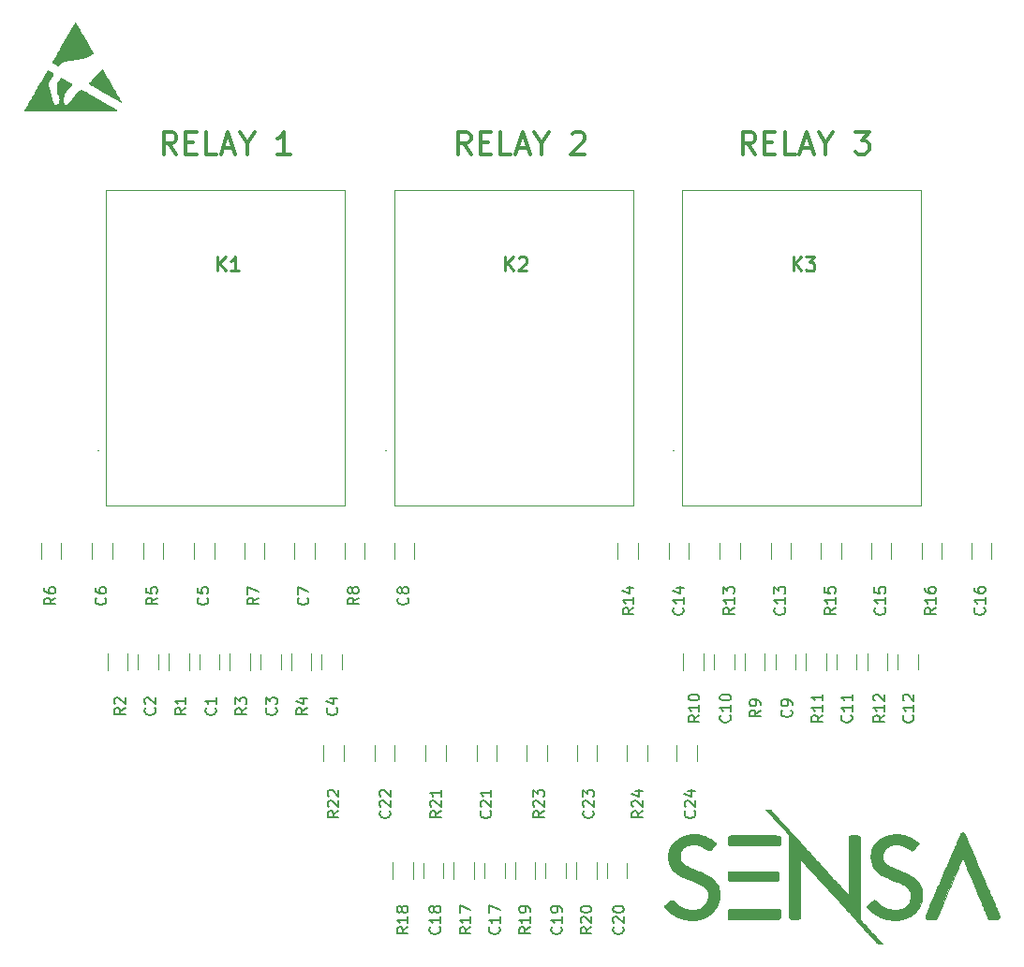
<source format=gbr>
%TF.GenerationSoftware,KiCad,Pcbnew,(5.1.9)-1*%
%TF.CreationDate,2021-11-07T00:19:35+01:00*%
%TF.ProjectId,RelayBoard,52656c61-7942-46f6-9172-642e6b696361,Version 1 *%
%TF.SameCoordinates,Original*%
%TF.FileFunction,Legend,Top*%
%TF.FilePolarity,Positive*%
%FSLAX46Y46*%
G04 Gerber Fmt 4.6, Leading zero omitted, Abs format (unit mm)*
G04 Created by KiCad (PCBNEW (5.1.9)-1) date 2021-11-07 00:19:35*
%MOMM*%
%LPD*%
G01*
G04 APERTURE LIST*
%ADD10C,0.300000*%
%ADD11C,0.010000*%
%ADD12C,0.120000*%
%ADD13C,0.100000*%
%ADD14C,0.150000*%
%ADD15C,0.254000*%
G04 APERTURE END LIST*
D10*
X133376190Y-114824761D02*
X132709523Y-113872380D01*
X132233333Y-114824761D02*
X132233333Y-112824761D01*
X132995238Y-112824761D01*
X133185714Y-112920000D01*
X133280952Y-113015238D01*
X133376190Y-113205714D01*
X133376190Y-113491428D01*
X133280952Y-113681904D01*
X133185714Y-113777142D01*
X132995238Y-113872380D01*
X132233333Y-113872380D01*
X134233333Y-113777142D02*
X134900000Y-113777142D01*
X135185714Y-114824761D02*
X134233333Y-114824761D01*
X134233333Y-112824761D01*
X135185714Y-112824761D01*
X136995238Y-114824761D02*
X136042857Y-114824761D01*
X136042857Y-112824761D01*
X137566666Y-114253333D02*
X138519047Y-114253333D01*
X137376190Y-114824761D02*
X138042857Y-112824761D01*
X138709523Y-114824761D01*
X139757142Y-113872380D02*
X139757142Y-114824761D01*
X139090476Y-112824761D02*
X139757142Y-113872380D01*
X140423809Y-112824761D01*
X142423809Y-112824761D02*
X143661904Y-112824761D01*
X142995238Y-113586666D01*
X143280952Y-113586666D01*
X143471428Y-113681904D01*
X143566666Y-113777142D01*
X143661904Y-113967619D01*
X143661904Y-114443809D01*
X143566666Y-114634285D01*
X143471428Y-114729523D01*
X143280952Y-114824761D01*
X142709523Y-114824761D01*
X142519047Y-114729523D01*
X142423809Y-114634285D01*
X107686190Y-114824761D02*
X107019523Y-113872380D01*
X106543333Y-114824761D02*
X106543333Y-112824761D01*
X107305238Y-112824761D01*
X107495714Y-112920000D01*
X107590952Y-113015238D01*
X107686190Y-113205714D01*
X107686190Y-113491428D01*
X107590952Y-113681904D01*
X107495714Y-113777142D01*
X107305238Y-113872380D01*
X106543333Y-113872380D01*
X108543333Y-113777142D02*
X109210000Y-113777142D01*
X109495714Y-114824761D02*
X108543333Y-114824761D01*
X108543333Y-112824761D01*
X109495714Y-112824761D01*
X111305238Y-114824761D02*
X110352857Y-114824761D01*
X110352857Y-112824761D01*
X111876666Y-114253333D02*
X112829047Y-114253333D01*
X111686190Y-114824761D02*
X112352857Y-112824761D01*
X113019523Y-114824761D01*
X114067142Y-113872380D02*
X114067142Y-114824761D01*
X113400476Y-112824761D02*
X114067142Y-113872380D01*
X114733809Y-112824761D01*
X116829047Y-113015238D02*
X116924285Y-112920000D01*
X117114761Y-112824761D01*
X117590952Y-112824761D01*
X117781428Y-112920000D01*
X117876666Y-113015238D01*
X117971904Y-113205714D01*
X117971904Y-113396190D01*
X117876666Y-113681904D01*
X116733809Y-114824761D01*
X117971904Y-114824761D01*
X81074285Y-114824761D02*
X80407619Y-113872380D01*
X79931428Y-114824761D02*
X79931428Y-112824761D01*
X80693333Y-112824761D01*
X80883809Y-112920000D01*
X80979047Y-113015238D01*
X81074285Y-113205714D01*
X81074285Y-113491428D01*
X80979047Y-113681904D01*
X80883809Y-113777142D01*
X80693333Y-113872380D01*
X79931428Y-113872380D01*
X81931428Y-113777142D02*
X82598095Y-113777142D01*
X82883809Y-114824761D02*
X81931428Y-114824761D01*
X81931428Y-112824761D01*
X82883809Y-112824761D01*
X84693333Y-114824761D02*
X83740952Y-114824761D01*
X83740952Y-112824761D01*
X85264761Y-114253333D02*
X86217142Y-114253333D01*
X85074285Y-114824761D02*
X85740952Y-112824761D01*
X86407619Y-114824761D01*
X87455238Y-113872380D02*
X87455238Y-114824761D01*
X86788571Y-112824761D02*
X87455238Y-113872380D01*
X88121904Y-112824761D01*
X91360000Y-114824761D02*
X90217142Y-114824761D01*
X90788571Y-114824761D02*
X90788571Y-112824761D01*
X90598095Y-113110476D01*
X90407619Y-113300952D01*
X90217142Y-113396190D01*
D11*
%TO.C,REF\u002A\u002A*%
G36*
X69460749Y-107272036D02*
G01*
X69504544Y-107288972D01*
X69571293Y-107322601D01*
X69667137Y-107375334D01*
X69674599Y-107379525D01*
X69762871Y-107430001D01*
X69837363Y-107474223D01*
X69890760Y-107507731D01*
X69915746Y-107526064D01*
X69916445Y-107526962D01*
X69910409Y-107552414D01*
X69882723Y-107609255D01*
X69835188Y-107694389D01*
X69769611Y-107804717D01*
X69687797Y-107937144D01*
X69591548Y-108088571D01*
X69567594Y-108125707D01*
X69505183Y-108228757D01*
X69459737Y-108317432D01*
X69435246Y-108383714D01*
X69432733Y-108396807D01*
X69433848Y-108454443D01*
X69446343Y-108545865D01*
X69468660Y-108665208D01*
X69499240Y-108806609D01*
X69536528Y-108964203D01*
X69578965Y-109132126D01*
X69624994Y-109304514D01*
X69673057Y-109475501D01*
X69721597Y-109639224D01*
X69769057Y-109789818D01*
X69813878Y-109921420D01*
X69854503Y-110028163D01*
X69882823Y-110091494D01*
X69916183Y-110158957D01*
X69947682Y-110223511D01*
X69949387Y-110227045D01*
X70001498Y-110292250D01*
X70077554Y-110336156D01*
X70166092Y-110357197D01*
X70255648Y-110353807D01*
X70334758Y-110324423D01*
X70379264Y-110285736D01*
X70443356Y-110179636D01*
X70490322Y-110047405D01*
X70516090Y-109902527D01*
X70519741Y-109820394D01*
X70505039Y-109667105D01*
X70461890Y-109540166D01*
X70387972Y-109433418D01*
X70364921Y-109409657D01*
X70296325Y-109343009D01*
X70291614Y-108871916D01*
X70286903Y-108400822D01*
X70406946Y-108219106D01*
X70463277Y-108136856D01*
X70517528Y-108062865D01*
X70561959Y-108007448D01*
X70581056Y-107987056D01*
X70635124Y-107936723D01*
X70708350Y-107976158D01*
X70754633Y-108004415D01*
X70779957Y-108026354D01*
X70781576Y-108030299D01*
X70798884Y-108047023D01*
X70828497Y-108059476D01*
X70857114Y-108070700D01*
X70900934Y-108092024D01*
X70963718Y-108125529D01*
X71049228Y-108173296D01*
X71161226Y-108237407D01*
X71303473Y-108319944D01*
X71380773Y-108365065D01*
X71471702Y-108419111D01*
X71531339Y-108457604D01*
X71564961Y-108485044D01*
X71577844Y-108505934D01*
X71575265Y-108524775D01*
X71573115Y-108529152D01*
X71552197Y-108556714D01*
X71507440Y-108608416D01*
X71444057Y-108678475D01*
X71367262Y-108761107D01*
X71300844Y-108831156D01*
X71147790Y-108997414D01*
X71028056Y-109141519D01*
X70940573Y-109264921D01*
X70884274Y-109369068D01*
X70865284Y-109421954D01*
X70857440Y-109468250D01*
X70849338Y-109547221D01*
X70841691Y-109649846D01*
X70835212Y-109767103D01*
X70832163Y-109841248D01*
X70827908Y-109969427D01*
X70826036Y-110063138D01*
X70827099Y-110129583D01*
X70831646Y-110175961D01*
X70840227Y-110209474D01*
X70853394Y-110237321D01*
X70863735Y-110254324D01*
X70923456Y-110319862D01*
X71000411Y-110365532D01*
X71081380Y-110385450D01*
X71142058Y-110378244D01*
X71196999Y-110347066D01*
X71265867Y-110291230D01*
X71339005Y-110220474D01*
X71406752Y-110144537D01*
X71459450Y-110073159D01*
X71478853Y-110038668D01*
X71507919Y-109991441D01*
X71560783Y-109919506D01*
X71632616Y-109828485D01*
X71718588Y-109724000D01*
X71813868Y-109611675D01*
X71913627Y-109497130D01*
X72013034Y-109385990D01*
X72107259Y-109283875D01*
X72191473Y-109196408D01*
X72257591Y-109132198D01*
X72330999Y-109068057D01*
X72392753Y-109020763D01*
X72436066Y-108995235D01*
X72450445Y-108992429D01*
X72472479Y-109003752D01*
X72527438Y-109034144D01*
X72612152Y-109081780D01*
X72723448Y-109144835D01*
X72858156Y-109221485D01*
X73013103Y-109309905D01*
X73185119Y-109408270D01*
X73371032Y-109514756D01*
X73567670Y-109627537D01*
X73771863Y-109744789D01*
X73980439Y-109864687D01*
X74190225Y-109985407D01*
X74398052Y-110105123D01*
X74600747Y-110222011D01*
X74795140Y-110334246D01*
X74978058Y-110440004D01*
X75146330Y-110537460D01*
X75296785Y-110624788D01*
X75426251Y-110700165D01*
X75531557Y-110761765D01*
X75609532Y-110807764D01*
X75657004Y-110836337D01*
X75670763Y-110845304D01*
X75652231Y-110847076D01*
X75593933Y-110848799D01*
X75497809Y-110850464D01*
X75365799Y-110852063D01*
X75199846Y-110853587D01*
X75001889Y-110855029D01*
X74773870Y-110856380D01*
X74517729Y-110857632D01*
X74235408Y-110858776D01*
X73928847Y-110859804D01*
X73599987Y-110860708D01*
X73250769Y-110861479D01*
X72883135Y-110862109D01*
X72499024Y-110862590D01*
X72100377Y-110862914D01*
X71689137Y-110863072D01*
X71516580Y-110863087D01*
X67342586Y-110863087D01*
X67640268Y-110346954D01*
X67703286Y-110237665D01*
X67784406Y-110096940D01*
X67880916Y-109929486D01*
X67990103Y-109740012D01*
X68109255Y-109533223D01*
X68235660Y-109313828D01*
X68366605Y-109086533D01*
X68499379Y-108856046D01*
X68631269Y-108627073D01*
X68664624Y-108569163D01*
X68786247Y-108358232D01*
X68902228Y-108157535D01*
X69010825Y-107970059D01*
X69110294Y-107798792D01*
X69198892Y-107646723D01*
X69274878Y-107516838D01*
X69336507Y-107412125D01*
X69382037Y-107335573D01*
X69409725Y-107290169D01*
X69417472Y-107278609D01*
X69433772Y-107269385D01*
X69460749Y-107272036D01*
G37*
X69460749Y-107272036D02*
X69504544Y-107288972D01*
X69571293Y-107322601D01*
X69667137Y-107375334D01*
X69674599Y-107379525D01*
X69762871Y-107430001D01*
X69837363Y-107474223D01*
X69890760Y-107507731D01*
X69915746Y-107526064D01*
X69916445Y-107526962D01*
X69910409Y-107552414D01*
X69882723Y-107609255D01*
X69835188Y-107694389D01*
X69769611Y-107804717D01*
X69687797Y-107937144D01*
X69591548Y-108088571D01*
X69567594Y-108125707D01*
X69505183Y-108228757D01*
X69459737Y-108317432D01*
X69435246Y-108383714D01*
X69432733Y-108396807D01*
X69433848Y-108454443D01*
X69446343Y-108545865D01*
X69468660Y-108665208D01*
X69499240Y-108806609D01*
X69536528Y-108964203D01*
X69578965Y-109132126D01*
X69624994Y-109304514D01*
X69673057Y-109475501D01*
X69721597Y-109639224D01*
X69769057Y-109789818D01*
X69813878Y-109921420D01*
X69854503Y-110028163D01*
X69882823Y-110091494D01*
X69916183Y-110158957D01*
X69947682Y-110223511D01*
X69949387Y-110227045D01*
X70001498Y-110292250D01*
X70077554Y-110336156D01*
X70166092Y-110357197D01*
X70255648Y-110353807D01*
X70334758Y-110324423D01*
X70379264Y-110285736D01*
X70443356Y-110179636D01*
X70490322Y-110047405D01*
X70516090Y-109902527D01*
X70519741Y-109820394D01*
X70505039Y-109667105D01*
X70461890Y-109540166D01*
X70387972Y-109433418D01*
X70364921Y-109409657D01*
X70296325Y-109343009D01*
X70291614Y-108871916D01*
X70286903Y-108400822D01*
X70406946Y-108219106D01*
X70463277Y-108136856D01*
X70517528Y-108062865D01*
X70561959Y-108007448D01*
X70581056Y-107987056D01*
X70635124Y-107936723D01*
X70708350Y-107976158D01*
X70754633Y-108004415D01*
X70779957Y-108026354D01*
X70781576Y-108030299D01*
X70798884Y-108047023D01*
X70828497Y-108059476D01*
X70857114Y-108070700D01*
X70900934Y-108092024D01*
X70963718Y-108125529D01*
X71049228Y-108173296D01*
X71161226Y-108237407D01*
X71303473Y-108319944D01*
X71380773Y-108365065D01*
X71471702Y-108419111D01*
X71531339Y-108457604D01*
X71564961Y-108485044D01*
X71577844Y-108505934D01*
X71575265Y-108524775D01*
X71573115Y-108529152D01*
X71552197Y-108556714D01*
X71507440Y-108608416D01*
X71444057Y-108678475D01*
X71367262Y-108761107D01*
X71300844Y-108831156D01*
X71147790Y-108997414D01*
X71028056Y-109141519D01*
X70940573Y-109264921D01*
X70884274Y-109369068D01*
X70865284Y-109421954D01*
X70857440Y-109468250D01*
X70849338Y-109547221D01*
X70841691Y-109649846D01*
X70835212Y-109767103D01*
X70832163Y-109841248D01*
X70827908Y-109969427D01*
X70826036Y-110063138D01*
X70827099Y-110129583D01*
X70831646Y-110175961D01*
X70840227Y-110209474D01*
X70853394Y-110237321D01*
X70863735Y-110254324D01*
X70923456Y-110319862D01*
X71000411Y-110365532D01*
X71081380Y-110385450D01*
X71142058Y-110378244D01*
X71196999Y-110347066D01*
X71265867Y-110291230D01*
X71339005Y-110220474D01*
X71406752Y-110144537D01*
X71459450Y-110073159D01*
X71478853Y-110038668D01*
X71507919Y-109991441D01*
X71560783Y-109919506D01*
X71632616Y-109828485D01*
X71718588Y-109724000D01*
X71813868Y-109611675D01*
X71913627Y-109497130D01*
X72013034Y-109385990D01*
X72107259Y-109283875D01*
X72191473Y-109196408D01*
X72257591Y-109132198D01*
X72330999Y-109068057D01*
X72392753Y-109020763D01*
X72436066Y-108995235D01*
X72450445Y-108992429D01*
X72472479Y-109003752D01*
X72527438Y-109034144D01*
X72612152Y-109081780D01*
X72723448Y-109144835D01*
X72858156Y-109221485D01*
X73013103Y-109309905D01*
X73185119Y-109408270D01*
X73371032Y-109514756D01*
X73567670Y-109627537D01*
X73771863Y-109744789D01*
X73980439Y-109864687D01*
X74190225Y-109985407D01*
X74398052Y-110105123D01*
X74600747Y-110222011D01*
X74795140Y-110334246D01*
X74978058Y-110440004D01*
X75146330Y-110537460D01*
X75296785Y-110624788D01*
X75426251Y-110700165D01*
X75531557Y-110761765D01*
X75609532Y-110807764D01*
X75657004Y-110836337D01*
X75670763Y-110845304D01*
X75652231Y-110847076D01*
X75593933Y-110848799D01*
X75497809Y-110850464D01*
X75365799Y-110852063D01*
X75199846Y-110853587D01*
X75001889Y-110855029D01*
X74773870Y-110856380D01*
X74517729Y-110857632D01*
X74235408Y-110858776D01*
X73928847Y-110859804D01*
X73599987Y-110860708D01*
X73250769Y-110861479D01*
X72883135Y-110862109D01*
X72499024Y-110862590D01*
X72100377Y-110862914D01*
X71689137Y-110863072D01*
X71516580Y-110863087D01*
X67342586Y-110863087D01*
X67640268Y-110346954D01*
X67703286Y-110237665D01*
X67784406Y-110096940D01*
X67880916Y-109929486D01*
X67990103Y-109740012D01*
X68109255Y-109533223D01*
X68235660Y-109313828D01*
X68366605Y-109086533D01*
X68499379Y-108856046D01*
X68631269Y-108627073D01*
X68664624Y-108569163D01*
X68786247Y-108358232D01*
X68902228Y-108157535D01*
X69010825Y-107970059D01*
X69110294Y-107798792D01*
X69198892Y-107646723D01*
X69274878Y-107516838D01*
X69336507Y-107412125D01*
X69382037Y-107335573D01*
X69409725Y-107290169D01*
X69417472Y-107278609D01*
X69433772Y-107269385D01*
X69460749Y-107272036D01*
G36*
X74396146Y-107195908D02*
G01*
X74411469Y-107221590D01*
X74445911Y-107280469D01*
X74497769Y-107369602D01*
X74565340Y-107486049D01*
X74646921Y-107626867D01*
X74740809Y-107789114D01*
X74845299Y-107969849D01*
X74958690Y-108166130D01*
X75079278Y-108375016D01*
X75203313Y-108590017D01*
X75329987Y-108809649D01*
X75451608Y-109020495D01*
X75566412Y-109219499D01*
X75672638Y-109403607D01*
X75768523Y-109569765D01*
X75852302Y-109714917D01*
X75922214Y-109836009D01*
X75976496Y-109929988D01*
X76013385Y-109993797D01*
X76030731Y-110023719D01*
X76059007Y-110074271D01*
X76074382Y-110105914D01*
X76075224Y-110111420D01*
X76056488Y-110101082D01*
X76004386Y-110071407D01*
X75921640Y-110023968D01*
X75810975Y-109960333D01*
X75675114Y-109882074D01*
X75516781Y-109790759D01*
X75338698Y-109687960D01*
X75143590Y-109575247D01*
X74934180Y-109454189D01*
X74713191Y-109326357D01*
X74629113Y-109277702D01*
X74404170Y-109147567D01*
X74189524Y-109023497D01*
X73987932Y-108907077D01*
X73802148Y-108799893D01*
X73634928Y-108703531D01*
X73489027Y-108619578D01*
X73367201Y-108549620D01*
X73272204Y-108495243D01*
X73206792Y-108458034D01*
X73173720Y-108439578D01*
X73170262Y-108437830D01*
X73180339Y-108422005D01*
X73215407Y-108379692D01*
X73271885Y-108314790D01*
X73346193Y-108231196D01*
X73434752Y-108132809D01*
X73533980Y-108023525D01*
X73640298Y-107907244D01*
X73750125Y-107787862D01*
X73859882Y-107669277D01*
X73965988Y-107555388D01*
X74064862Y-107450092D01*
X74152926Y-107357287D01*
X74226599Y-107280870D01*
X74282300Y-107224740D01*
X74301403Y-107206335D01*
X74364708Y-107146872D01*
X74396146Y-107195908D01*
G37*
X74396146Y-107195908D02*
X74411469Y-107221590D01*
X74445911Y-107280469D01*
X74497769Y-107369602D01*
X74565340Y-107486049D01*
X74646921Y-107626867D01*
X74740809Y-107789114D01*
X74845299Y-107969849D01*
X74958690Y-108166130D01*
X75079278Y-108375016D01*
X75203313Y-108590017D01*
X75329987Y-108809649D01*
X75451608Y-109020495D01*
X75566412Y-109219499D01*
X75672638Y-109403607D01*
X75768523Y-109569765D01*
X75852302Y-109714917D01*
X75922214Y-109836009D01*
X75976496Y-109929988D01*
X76013385Y-109993797D01*
X76030731Y-110023719D01*
X76059007Y-110074271D01*
X76074382Y-110105914D01*
X76075224Y-110111420D01*
X76056488Y-110101082D01*
X76004386Y-110071407D01*
X75921640Y-110023968D01*
X75810975Y-109960333D01*
X75675114Y-109882074D01*
X75516781Y-109790759D01*
X75338698Y-109687960D01*
X75143590Y-109575247D01*
X74934180Y-109454189D01*
X74713191Y-109326357D01*
X74629113Y-109277702D01*
X74404170Y-109147567D01*
X74189524Y-109023497D01*
X73987932Y-108907077D01*
X73802148Y-108799893D01*
X73634928Y-108703531D01*
X73489027Y-108619578D01*
X73367201Y-108549620D01*
X73272204Y-108495243D01*
X73206792Y-108458034D01*
X73173720Y-108439578D01*
X73170262Y-108437830D01*
X73180339Y-108422005D01*
X73215407Y-108379692D01*
X73271885Y-108314790D01*
X73346193Y-108231196D01*
X73434752Y-108132809D01*
X73533980Y-108023525D01*
X73640298Y-107907244D01*
X73750125Y-107787862D01*
X73859882Y-107669277D01*
X73965988Y-107555388D01*
X74064862Y-107450092D01*
X74152926Y-107357287D01*
X74226599Y-107280870D01*
X74282300Y-107224740D01*
X74301403Y-107206335D01*
X74364708Y-107146872D01*
X74396146Y-107195908D01*
G36*
X71940878Y-102956166D02*
G01*
X71971876Y-103006538D01*
X72019634Y-103086341D01*
X72082194Y-103192180D01*
X72157597Y-103320659D01*
X72243885Y-103468384D01*
X72339101Y-103631958D01*
X72441285Y-103807987D01*
X72548481Y-103993075D01*
X72658729Y-104183827D01*
X72770071Y-104376847D01*
X72880550Y-104568741D01*
X72988207Y-104756111D01*
X73091084Y-104935565D01*
X73187223Y-105103705D01*
X73274665Y-105257137D01*
X73351453Y-105392465D01*
X73415628Y-105506294D01*
X73465233Y-105595229D01*
X73498309Y-105655874D01*
X73512897Y-105684833D01*
X73513431Y-105686644D01*
X73495321Y-105711217D01*
X73444980Y-105748807D01*
X73368395Y-105795722D01*
X73271552Y-105848274D01*
X73170167Y-105898213D01*
X73032215Y-105958769D01*
X72887142Y-106013179D01*
X72729950Y-106062651D01*
X72555643Y-106108395D01*
X72359222Y-106151620D01*
X72135689Y-106193534D01*
X71880048Y-106235347D01*
X71615606Y-106274284D01*
X71385852Y-106308828D01*
X71192917Y-106343026D01*
X71031964Y-106378577D01*
X70898155Y-106417182D01*
X70786650Y-106460539D01*
X70692614Y-106510348D01*
X70611206Y-106568309D01*
X70537590Y-106636120D01*
X70513851Y-106661312D01*
X70462397Y-106719958D01*
X70424334Y-106767815D01*
X70406677Y-106795958D01*
X70406206Y-106798265D01*
X70400028Y-106812416D01*
X70378590Y-106812575D01*
X70337533Y-106796861D01*
X70272501Y-106763391D01*
X70179137Y-106710281D01*
X70114252Y-106672088D01*
X70017501Y-106612385D01*
X69942312Y-106561263D01*
X69893739Y-106522399D01*
X69876835Y-106499472D01*
X69876845Y-106499305D01*
X69887328Y-106477456D01*
X69916931Y-106422739D01*
X69963938Y-106338136D01*
X70026629Y-106226629D01*
X70103286Y-106091201D01*
X70192191Y-105934833D01*
X70291626Y-105760507D01*
X70399872Y-105571206D01*
X70515211Y-105369911D01*
X70635924Y-105159605D01*
X70760294Y-104943271D01*
X70886601Y-104723889D01*
X71013127Y-104504442D01*
X71138155Y-104287912D01*
X71259965Y-104077281D01*
X71376839Y-103875532D01*
X71487060Y-103685647D01*
X71588908Y-103510606D01*
X71680665Y-103353394D01*
X71760613Y-103216991D01*
X71827034Y-103104380D01*
X71878209Y-103018543D01*
X71912420Y-102962462D01*
X71927948Y-102939119D01*
X71928598Y-102938621D01*
X71940878Y-102956166D01*
G37*
X71940878Y-102956166D02*
X71971876Y-103006538D01*
X72019634Y-103086341D01*
X72082194Y-103192180D01*
X72157597Y-103320659D01*
X72243885Y-103468384D01*
X72339101Y-103631958D01*
X72441285Y-103807987D01*
X72548481Y-103993075D01*
X72658729Y-104183827D01*
X72770071Y-104376847D01*
X72880550Y-104568741D01*
X72988207Y-104756111D01*
X73091084Y-104935565D01*
X73187223Y-105103705D01*
X73274665Y-105257137D01*
X73351453Y-105392465D01*
X73415628Y-105506294D01*
X73465233Y-105595229D01*
X73498309Y-105655874D01*
X73512897Y-105684833D01*
X73513431Y-105686644D01*
X73495321Y-105711217D01*
X73444980Y-105748807D01*
X73368395Y-105795722D01*
X73271552Y-105848274D01*
X73170167Y-105898213D01*
X73032215Y-105958769D01*
X72887142Y-106013179D01*
X72729950Y-106062651D01*
X72555643Y-106108395D01*
X72359222Y-106151620D01*
X72135689Y-106193534D01*
X71880048Y-106235347D01*
X71615606Y-106274284D01*
X71385852Y-106308828D01*
X71192917Y-106343026D01*
X71031964Y-106378577D01*
X70898155Y-106417182D01*
X70786650Y-106460539D01*
X70692614Y-106510348D01*
X70611206Y-106568309D01*
X70537590Y-106636120D01*
X70513851Y-106661312D01*
X70462397Y-106719958D01*
X70424334Y-106767815D01*
X70406677Y-106795958D01*
X70406206Y-106798265D01*
X70400028Y-106812416D01*
X70378590Y-106812575D01*
X70337533Y-106796861D01*
X70272501Y-106763391D01*
X70179137Y-106710281D01*
X70114252Y-106672088D01*
X70017501Y-106612385D01*
X69942312Y-106561263D01*
X69893739Y-106522399D01*
X69876835Y-106499472D01*
X69876845Y-106499305D01*
X69887328Y-106477456D01*
X69916931Y-106422739D01*
X69963938Y-106338136D01*
X70026629Y-106226629D01*
X70103286Y-106091201D01*
X70192191Y-105934833D01*
X70291626Y-105760507D01*
X70399872Y-105571206D01*
X70515211Y-105369911D01*
X70635924Y-105159605D01*
X70760294Y-104943271D01*
X70886601Y-104723889D01*
X71013127Y-104504442D01*
X71138155Y-104287912D01*
X71259965Y-104077281D01*
X71376839Y-103875532D01*
X71487060Y-103685647D01*
X71588908Y-103510606D01*
X71680665Y-103353394D01*
X71760613Y-103216991D01*
X71827034Y-103104380D01*
X71878209Y-103018543D01*
X71912420Y-102962462D01*
X71927948Y-102939119D01*
X71928598Y-102938621D01*
X71940878Y-102956166D01*
%TO.C,G\u002A\u002A\u002A*%
G36*
X134572816Y-174110079D02*
G01*
X134631462Y-174111888D01*
X134647692Y-174112862D01*
X134694046Y-174116812D01*
X134725297Y-174121772D01*
X134746660Y-174129119D01*
X134763350Y-174140233D01*
X134768545Y-174144800D01*
X134773321Y-174149476D01*
X134781457Y-174157873D01*
X134793394Y-174170475D01*
X134809574Y-174187764D01*
X134830438Y-174210223D01*
X134856427Y-174238335D01*
X134887984Y-174272582D01*
X134925549Y-174313448D01*
X134969564Y-174361415D01*
X135020471Y-174416966D01*
X135078710Y-174480584D01*
X135144724Y-174552752D01*
X135218954Y-174633953D01*
X135301841Y-174724669D01*
X135393827Y-174825384D01*
X135495353Y-174936580D01*
X135606861Y-175058740D01*
X135728792Y-175192347D01*
X135861588Y-175337884D01*
X136005690Y-175495833D01*
X136161540Y-175666678D01*
X136329579Y-175850901D01*
X136510248Y-176048986D01*
X136703989Y-176261414D01*
X136784342Y-176349520D01*
X136905031Y-176481817D01*
X137038586Y-176628147D01*
X137184143Y-176787566D01*
X137340836Y-176959128D01*
X137507802Y-177141887D01*
X137684175Y-177334898D01*
X137869091Y-177537216D01*
X138061685Y-177747894D01*
X138261093Y-177965989D01*
X138466450Y-178190555D01*
X138676891Y-178420645D01*
X138891551Y-178655315D01*
X139109567Y-178893619D01*
X139330073Y-179134612D01*
X139552205Y-179377349D01*
X139775098Y-179620884D01*
X139997887Y-179864272D01*
X140219708Y-180106567D01*
X140439697Y-180346824D01*
X140656987Y-180584098D01*
X140845065Y-180789440D01*
X140956409Y-180910920D01*
X141064188Y-181028365D01*
X141167584Y-181140893D01*
X141265780Y-181247617D01*
X141357957Y-181347655D01*
X141443299Y-181440121D01*
X141520986Y-181524133D01*
X141590202Y-181598806D01*
X141650128Y-181663256D01*
X141699946Y-181716599D01*
X141738839Y-181757951D01*
X141765988Y-181786428D01*
X141780576Y-181801145D01*
X141782718Y-181802986D01*
X141803680Y-181815772D01*
X141803680Y-179240626D01*
X141803713Y-178937721D01*
X141803814Y-178654845D01*
X141803985Y-178391704D01*
X141804225Y-178148007D01*
X141804537Y-177923462D01*
X141804921Y-177717776D01*
X141805380Y-177530657D01*
X141805913Y-177361814D01*
X141806523Y-177210954D01*
X141807210Y-177077786D01*
X141807976Y-176962016D01*
X141808822Y-176863353D01*
X141809749Y-176781506D01*
X141810758Y-176716181D01*
X141811851Y-176667087D01*
X141813029Y-176633932D01*
X141814293Y-176616423D01*
X141814602Y-176614551D01*
X141834678Y-176554440D01*
X141867102Y-176508872D01*
X141914187Y-176474720D01*
X141920534Y-176471440D01*
X141971320Y-176446040D01*
X142306600Y-176446040D01*
X142409137Y-176446228D01*
X142493518Y-176446985D01*
X142561906Y-176448600D01*
X142616463Y-176451362D01*
X142659351Y-176455557D01*
X142692732Y-176461476D01*
X142718769Y-176469407D01*
X142739623Y-176479637D01*
X142757458Y-176492457D01*
X142774435Y-176508153D01*
X142774792Y-176508510D01*
X142799092Y-176538497D01*
X142818208Y-176571783D01*
X142821689Y-176580468D01*
X142822895Y-176587080D01*
X142824032Y-176600102D01*
X142825102Y-176620091D01*
X142826107Y-176647603D01*
X142827050Y-176683194D01*
X142827933Y-176727419D01*
X142828758Y-176780836D01*
X142829527Y-176843999D01*
X142830243Y-176917466D01*
X142830907Y-177001791D01*
X142831522Y-177097532D01*
X142832090Y-177205244D01*
X142832613Y-177325483D01*
X142833093Y-177458805D01*
X142833533Y-177605767D01*
X142833935Y-177766924D01*
X142834301Y-177942832D01*
X142834633Y-178134048D01*
X142834933Y-178341128D01*
X142835204Y-178564627D01*
X142835448Y-178805102D01*
X142835667Y-179063109D01*
X142835863Y-179339203D01*
X142836038Y-179633941D01*
X142836195Y-179947879D01*
X142836335Y-180281573D01*
X142836337Y-180286520D01*
X142836494Y-180640134D01*
X142836683Y-180973781D01*
X142836906Y-181287813D01*
X142837165Y-181582583D01*
X142837460Y-181858442D01*
X142837792Y-182115744D01*
X142838163Y-182354842D01*
X142838574Y-182576086D01*
X142839026Y-182779831D01*
X142839521Y-182966429D01*
X142840059Y-183136231D01*
X142840642Y-183289592D01*
X142841271Y-183426862D01*
X142841947Y-183548395D01*
X142842671Y-183654543D01*
X142843445Y-183745659D01*
X142844270Y-183822094D01*
X142845147Y-183884203D01*
X142846077Y-183932337D01*
X142847061Y-183966848D01*
X142848101Y-183988089D01*
X142849007Y-183995894D01*
X142862554Y-184030964D01*
X142882595Y-184067591D01*
X142889113Y-184077174D01*
X142900925Y-184091509D01*
X142925224Y-184119427D01*
X142960763Y-184159540D01*
X143006291Y-184210459D01*
X143060558Y-184270795D01*
X143122314Y-184339160D01*
X143190310Y-184414164D01*
X143263296Y-184494419D01*
X143340022Y-184578537D01*
X143359123Y-184599440D01*
X143415609Y-184661271D01*
X143480894Y-184732800D01*
X143553816Y-184812751D01*
X143633218Y-184899851D01*
X143717938Y-184992823D01*
X143806818Y-185090395D01*
X143898698Y-185191291D01*
X143992418Y-185294236D01*
X144086819Y-185397956D01*
X144180741Y-185501177D01*
X144273025Y-185602624D01*
X144362511Y-185701021D01*
X144448040Y-185795096D01*
X144528452Y-185883573D01*
X144602588Y-185965177D01*
X144669287Y-186038634D01*
X144727390Y-186102669D01*
X144775739Y-186156008D01*
X144813173Y-186197377D01*
X144838532Y-186225500D01*
X144844914Y-186232619D01*
X144857957Y-186249330D01*
X144861112Y-186257965D01*
X144861033Y-186258019D01*
X144849932Y-186258545D01*
X144822105Y-186258304D01*
X144781129Y-186257370D01*
X144730579Y-186255816D01*
X144699280Y-186254697D01*
X144621709Y-186250637D01*
X144560096Y-186244286D01*
X144510119Y-186234609D01*
X144467454Y-186220571D01*
X144427778Y-186201138D01*
X144397415Y-186182420D01*
X144386260Y-186172110D01*
X144362291Y-186147678D01*
X144326356Y-186110042D01*
X144279306Y-186060119D01*
X144221991Y-185998828D01*
X144155261Y-185927085D01*
X144079964Y-185845808D01*
X143996953Y-185755915D01*
X143907075Y-185658323D01*
X143811182Y-185553950D01*
X143710122Y-185443714D01*
X143604746Y-185328531D01*
X143495904Y-185209321D01*
X143481749Y-185193800D01*
X143313025Y-185008792D01*
X143144425Y-184823961D01*
X142975230Y-184638522D01*
X142804721Y-184451688D01*
X142632181Y-184262673D01*
X142456890Y-184070690D01*
X142278129Y-183874954D01*
X142095181Y-183674678D01*
X141907326Y-183469077D01*
X141713847Y-183257363D01*
X141514024Y-183038752D01*
X141307139Y-182812456D01*
X141092474Y-182577689D01*
X140869309Y-182333666D01*
X140636927Y-182079600D01*
X140394609Y-181814705D01*
X140141636Y-181538195D01*
X139877289Y-181249283D01*
X139600851Y-180947184D01*
X139311602Y-180631111D01*
X139228345Y-180540137D01*
X139078491Y-180376390D01*
X138931976Y-180216282D01*
X138789413Y-180060483D01*
X138651415Y-179909662D01*
X138518594Y-179764490D01*
X138391562Y-179625635D01*
X138270932Y-179493768D01*
X138157316Y-179369558D01*
X138051326Y-179253675D01*
X137953576Y-179146787D01*
X137864676Y-179049566D01*
X137785241Y-178962680D01*
X137715881Y-178886799D01*
X137657211Y-178822592D01*
X137609841Y-178770730D01*
X137574385Y-178731882D01*
X137551454Y-178706718D01*
X137541831Y-178696097D01*
X137534394Y-178687016D01*
X137527490Y-178677564D01*
X137521098Y-178668441D01*
X137515199Y-178660347D01*
X137509770Y-178653985D01*
X137504790Y-178650056D01*
X137500239Y-178649260D01*
X137496096Y-178652298D01*
X137492340Y-178659873D01*
X137488949Y-178672684D01*
X137485903Y-178691433D01*
X137483181Y-178716822D01*
X137480762Y-178749551D01*
X137478625Y-178790321D01*
X137476748Y-178839834D01*
X137475111Y-178898791D01*
X137473694Y-178967892D01*
X137472474Y-179047840D01*
X137471431Y-179139334D01*
X137470544Y-179243077D01*
X137469791Y-179359770D01*
X137469153Y-179490112D01*
X137468608Y-179634807D01*
X137468135Y-179794554D01*
X137467713Y-179970055D01*
X137467321Y-180162011D01*
X137466938Y-180371123D01*
X137466543Y-180598093D01*
X137466115Y-180843621D01*
X137465634Y-181108409D01*
X137465360Y-181251720D01*
X137460280Y-183852680D01*
X137434880Y-183897852D01*
X137405589Y-183936798D01*
X137364561Y-183966032D01*
X137358985Y-183968972D01*
X137308490Y-183994920D01*
X136975136Y-183998091D01*
X136879821Y-183998851D01*
X136802499Y-183999082D01*
X136740848Y-183998709D01*
X136692548Y-183997657D01*
X136655275Y-183995852D01*
X136626709Y-183993217D01*
X136604527Y-183989677D01*
X136587812Y-183985572D01*
X136533845Y-183964806D01*
X136495149Y-183936846D01*
X136466996Y-183898103D01*
X136463348Y-183891056D01*
X136461664Y-183887253D01*
X136460080Y-183882416D01*
X136458593Y-183875924D01*
X136457197Y-183867153D01*
X136455890Y-183855482D01*
X136454667Y-183840289D01*
X136453524Y-183820953D01*
X136452458Y-183796850D01*
X136451463Y-183767359D01*
X136450537Y-183731857D01*
X136449674Y-183689724D01*
X136448872Y-183640336D01*
X136448125Y-183583072D01*
X136447431Y-183517310D01*
X136446784Y-183442427D01*
X136446181Y-183357801D01*
X136445618Y-183262812D01*
X136445091Y-183156835D01*
X136444595Y-183039251D01*
X136444127Y-182909435D01*
X136443683Y-182766767D01*
X136443258Y-182610624D01*
X136442849Y-182440385D01*
X136442451Y-182255427D01*
X136442061Y-182055128D01*
X136441675Y-181838866D01*
X136441287Y-181606020D01*
X136440896Y-181355966D01*
X136440495Y-181088084D01*
X136440082Y-180801751D01*
X136439652Y-180496344D01*
X136439202Y-180171243D01*
X136439200Y-180169680D01*
X136434120Y-176486680D01*
X136411277Y-176430257D01*
X136394050Y-176392524D01*
X136374694Y-176357056D01*
X136363885Y-176340559D01*
X136352384Y-176326756D01*
X136328519Y-176299537D01*
X136293683Y-176260444D01*
X136249265Y-176211019D01*
X136196656Y-176152803D01*
X136137248Y-176087338D01*
X136072431Y-176016166D01*
X136003597Y-175940828D01*
X135979382Y-175914382D01*
X135909819Y-175838397D01*
X135832995Y-175754384D01*
X135749964Y-175663500D01*
X135661780Y-175566904D01*
X135569495Y-175465753D01*
X135474165Y-175361207D01*
X135376843Y-175254424D01*
X135278582Y-175146562D01*
X135180437Y-175038778D01*
X135083462Y-174932232D01*
X134988709Y-174828082D01*
X134897233Y-174727486D01*
X134810088Y-174631602D01*
X134728327Y-174541588D01*
X134653005Y-174458603D01*
X134585174Y-174383806D01*
X134525890Y-174318354D01*
X134476205Y-174263405D01*
X134437173Y-174220118D01*
X134409849Y-174189652D01*
X134396236Y-174174264D01*
X134346871Y-174117369D01*
X134450695Y-174111846D01*
X134508823Y-174110046D01*
X134572816Y-174110079D01*
G37*
X134572816Y-174110079D02*
X134631462Y-174111888D01*
X134647692Y-174112862D01*
X134694046Y-174116812D01*
X134725297Y-174121772D01*
X134746660Y-174129119D01*
X134763350Y-174140233D01*
X134768545Y-174144800D01*
X134773321Y-174149476D01*
X134781457Y-174157873D01*
X134793394Y-174170475D01*
X134809574Y-174187764D01*
X134830438Y-174210223D01*
X134856427Y-174238335D01*
X134887984Y-174272582D01*
X134925549Y-174313448D01*
X134969564Y-174361415D01*
X135020471Y-174416966D01*
X135078710Y-174480584D01*
X135144724Y-174552752D01*
X135218954Y-174633953D01*
X135301841Y-174724669D01*
X135393827Y-174825384D01*
X135495353Y-174936580D01*
X135606861Y-175058740D01*
X135728792Y-175192347D01*
X135861588Y-175337884D01*
X136005690Y-175495833D01*
X136161540Y-175666678D01*
X136329579Y-175850901D01*
X136510248Y-176048986D01*
X136703989Y-176261414D01*
X136784342Y-176349520D01*
X136905031Y-176481817D01*
X137038586Y-176628147D01*
X137184143Y-176787566D01*
X137340836Y-176959128D01*
X137507802Y-177141887D01*
X137684175Y-177334898D01*
X137869091Y-177537216D01*
X138061685Y-177747894D01*
X138261093Y-177965989D01*
X138466450Y-178190555D01*
X138676891Y-178420645D01*
X138891551Y-178655315D01*
X139109567Y-178893619D01*
X139330073Y-179134612D01*
X139552205Y-179377349D01*
X139775098Y-179620884D01*
X139997887Y-179864272D01*
X140219708Y-180106567D01*
X140439697Y-180346824D01*
X140656987Y-180584098D01*
X140845065Y-180789440D01*
X140956409Y-180910920D01*
X141064188Y-181028365D01*
X141167584Y-181140893D01*
X141265780Y-181247617D01*
X141357957Y-181347655D01*
X141443299Y-181440121D01*
X141520986Y-181524133D01*
X141590202Y-181598806D01*
X141650128Y-181663256D01*
X141699946Y-181716599D01*
X141738839Y-181757951D01*
X141765988Y-181786428D01*
X141780576Y-181801145D01*
X141782718Y-181802986D01*
X141803680Y-181815772D01*
X141803680Y-179240626D01*
X141803713Y-178937721D01*
X141803814Y-178654845D01*
X141803985Y-178391704D01*
X141804225Y-178148007D01*
X141804537Y-177923462D01*
X141804921Y-177717776D01*
X141805380Y-177530657D01*
X141805913Y-177361814D01*
X141806523Y-177210954D01*
X141807210Y-177077786D01*
X141807976Y-176962016D01*
X141808822Y-176863353D01*
X141809749Y-176781506D01*
X141810758Y-176716181D01*
X141811851Y-176667087D01*
X141813029Y-176633932D01*
X141814293Y-176616423D01*
X141814602Y-176614551D01*
X141834678Y-176554440D01*
X141867102Y-176508872D01*
X141914187Y-176474720D01*
X141920534Y-176471440D01*
X141971320Y-176446040D01*
X142306600Y-176446040D01*
X142409137Y-176446228D01*
X142493518Y-176446985D01*
X142561906Y-176448600D01*
X142616463Y-176451362D01*
X142659351Y-176455557D01*
X142692732Y-176461476D01*
X142718769Y-176469407D01*
X142739623Y-176479637D01*
X142757458Y-176492457D01*
X142774435Y-176508153D01*
X142774792Y-176508510D01*
X142799092Y-176538497D01*
X142818208Y-176571783D01*
X142821689Y-176580468D01*
X142822895Y-176587080D01*
X142824032Y-176600102D01*
X142825102Y-176620091D01*
X142826107Y-176647603D01*
X142827050Y-176683194D01*
X142827933Y-176727419D01*
X142828758Y-176780836D01*
X142829527Y-176843999D01*
X142830243Y-176917466D01*
X142830907Y-177001791D01*
X142831522Y-177097532D01*
X142832090Y-177205244D01*
X142832613Y-177325483D01*
X142833093Y-177458805D01*
X142833533Y-177605767D01*
X142833935Y-177766924D01*
X142834301Y-177942832D01*
X142834633Y-178134048D01*
X142834933Y-178341128D01*
X142835204Y-178564627D01*
X142835448Y-178805102D01*
X142835667Y-179063109D01*
X142835863Y-179339203D01*
X142836038Y-179633941D01*
X142836195Y-179947879D01*
X142836335Y-180281573D01*
X142836337Y-180286520D01*
X142836494Y-180640134D01*
X142836683Y-180973781D01*
X142836906Y-181287813D01*
X142837165Y-181582583D01*
X142837460Y-181858442D01*
X142837792Y-182115744D01*
X142838163Y-182354842D01*
X142838574Y-182576086D01*
X142839026Y-182779831D01*
X142839521Y-182966429D01*
X142840059Y-183136231D01*
X142840642Y-183289592D01*
X142841271Y-183426862D01*
X142841947Y-183548395D01*
X142842671Y-183654543D01*
X142843445Y-183745659D01*
X142844270Y-183822094D01*
X142845147Y-183884203D01*
X142846077Y-183932337D01*
X142847061Y-183966848D01*
X142848101Y-183988089D01*
X142849007Y-183995894D01*
X142862554Y-184030964D01*
X142882595Y-184067591D01*
X142889113Y-184077174D01*
X142900925Y-184091509D01*
X142925224Y-184119427D01*
X142960763Y-184159540D01*
X143006291Y-184210459D01*
X143060558Y-184270795D01*
X143122314Y-184339160D01*
X143190310Y-184414164D01*
X143263296Y-184494419D01*
X143340022Y-184578537D01*
X143359123Y-184599440D01*
X143415609Y-184661271D01*
X143480894Y-184732800D01*
X143553816Y-184812751D01*
X143633218Y-184899851D01*
X143717938Y-184992823D01*
X143806818Y-185090395D01*
X143898698Y-185191291D01*
X143992418Y-185294236D01*
X144086819Y-185397956D01*
X144180741Y-185501177D01*
X144273025Y-185602624D01*
X144362511Y-185701021D01*
X144448040Y-185795096D01*
X144528452Y-185883573D01*
X144602588Y-185965177D01*
X144669287Y-186038634D01*
X144727390Y-186102669D01*
X144775739Y-186156008D01*
X144813173Y-186197377D01*
X144838532Y-186225500D01*
X144844914Y-186232619D01*
X144857957Y-186249330D01*
X144861112Y-186257965D01*
X144861033Y-186258019D01*
X144849932Y-186258545D01*
X144822105Y-186258304D01*
X144781129Y-186257370D01*
X144730579Y-186255816D01*
X144699280Y-186254697D01*
X144621709Y-186250637D01*
X144560096Y-186244286D01*
X144510119Y-186234609D01*
X144467454Y-186220571D01*
X144427778Y-186201138D01*
X144397415Y-186182420D01*
X144386260Y-186172110D01*
X144362291Y-186147678D01*
X144326356Y-186110042D01*
X144279306Y-186060119D01*
X144221991Y-185998828D01*
X144155261Y-185927085D01*
X144079964Y-185845808D01*
X143996953Y-185755915D01*
X143907075Y-185658323D01*
X143811182Y-185553950D01*
X143710122Y-185443714D01*
X143604746Y-185328531D01*
X143495904Y-185209321D01*
X143481749Y-185193800D01*
X143313025Y-185008792D01*
X143144425Y-184823961D01*
X142975230Y-184638522D01*
X142804721Y-184451688D01*
X142632181Y-184262673D01*
X142456890Y-184070690D01*
X142278129Y-183874954D01*
X142095181Y-183674678D01*
X141907326Y-183469077D01*
X141713847Y-183257363D01*
X141514024Y-183038752D01*
X141307139Y-182812456D01*
X141092474Y-182577689D01*
X140869309Y-182333666D01*
X140636927Y-182079600D01*
X140394609Y-181814705D01*
X140141636Y-181538195D01*
X139877289Y-181249283D01*
X139600851Y-180947184D01*
X139311602Y-180631111D01*
X139228345Y-180540137D01*
X139078491Y-180376390D01*
X138931976Y-180216282D01*
X138789413Y-180060483D01*
X138651415Y-179909662D01*
X138518594Y-179764490D01*
X138391562Y-179625635D01*
X138270932Y-179493768D01*
X138157316Y-179369558D01*
X138051326Y-179253675D01*
X137953576Y-179146787D01*
X137864676Y-179049566D01*
X137785241Y-178962680D01*
X137715881Y-178886799D01*
X137657211Y-178822592D01*
X137609841Y-178770730D01*
X137574385Y-178731882D01*
X137551454Y-178706718D01*
X137541831Y-178696097D01*
X137534394Y-178687016D01*
X137527490Y-178677564D01*
X137521098Y-178668441D01*
X137515199Y-178660347D01*
X137509770Y-178653985D01*
X137504790Y-178650056D01*
X137500239Y-178649260D01*
X137496096Y-178652298D01*
X137492340Y-178659873D01*
X137488949Y-178672684D01*
X137485903Y-178691433D01*
X137483181Y-178716822D01*
X137480762Y-178749551D01*
X137478625Y-178790321D01*
X137476748Y-178839834D01*
X137475111Y-178898791D01*
X137473694Y-178967892D01*
X137472474Y-179047840D01*
X137471431Y-179139334D01*
X137470544Y-179243077D01*
X137469791Y-179359770D01*
X137469153Y-179490112D01*
X137468608Y-179634807D01*
X137468135Y-179794554D01*
X137467713Y-179970055D01*
X137467321Y-180162011D01*
X137466938Y-180371123D01*
X137466543Y-180598093D01*
X137466115Y-180843621D01*
X137465634Y-181108409D01*
X137465360Y-181251720D01*
X137460280Y-183852680D01*
X137434880Y-183897852D01*
X137405589Y-183936798D01*
X137364561Y-183966032D01*
X137358985Y-183968972D01*
X137308490Y-183994920D01*
X136975136Y-183998091D01*
X136879821Y-183998851D01*
X136802499Y-183999082D01*
X136740848Y-183998709D01*
X136692548Y-183997657D01*
X136655275Y-183995852D01*
X136626709Y-183993217D01*
X136604527Y-183989677D01*
X136587812Y-183985572D01*
X136533845Y-183964806D01*
X136495149Y-183936846D01*
X136466996Y-183898103D01*
X136463348Y-183891056D01*
X136461664Y-183887253D01*
X136460080Y-183882416D01*
X136458593Y-183875924D01*
X136457197Y-183867153D01*
X136455890Y-183855482D01*
X136454667Y-183840289D01*
X136453524Y-183820953D01*
X136452458Y-183796850D01*
X136451463Y-183767359D01*
X136450537Y-183731857D01*
X136449674Y-183689724D01*
X136448872Y-183640336D01*
X136448125Y-183583072D01*
X136447431Y-183517310D01*
X136446784Y-183442427D01*
X136446181Y-183357801D01*
X136445618Y-183262812D01*
X136445091Y-183156835D01*
X136444595Y-183039251D01*
X136444127Y-182909435D01*
X136443683Y-182766767D01*
X136443258Y-182610624D01*
X136442849Y-182440385D01*
X136442451Y-182255427D01*
X136442061Y-182055128D01*
X136441675Y-181838866D01*
X136441287Y-181606020D01*
X136440896Y-181355966D01*
X136440495Y-181088084D01*
X136440082Y-180801751D01*
X136439652Y-180496344D01*
X136439202Y-180171243D01*
X136439200Y-180169680D01*
X136434120Y-176486680D01*
X136411277Y-176430257D01*
X136394050Y-176392524D01*
X136374694Y-176357056D01*
X136363885Y-176340559D01*
X136352384Y-176326756D01*
X136328519Y-176299537D01*
X136293683Y-176260444D01*
X136249265Y-176211019D01*
X136196656Y-176152803D01*
X136137248Y-176087338D01*
X136072431Y-176016166D01*
X136003597Y-175940828D01*
X135979382Y-175914382D01*
X135909819Y-175838397D01*
X135832995Y-175754384D01*
X135749964Y-175663500D01*
X135661780Y-175566904D01*
X135569495Y-175465753D01*
X135474165Y-175361207D01*
X135376843Y-175254424D01*
X135278582Y-175146562D01*
X135180437Y-175038778D01*
X135083462Y-174932232D01*
X134988709Y-174828082D01*
X134897233Y-174727486D01*
X134810088Y-174631602D01*
X134728327Y-174541588D01*
X134653005Y-174458603D01*
X134585174Y-174383806D01*
X134525890Y-174318354D01*
X134476205Y-174263405D01*
X134437173Y-174220118D01*
X134409849Y-174189652D01*
X134396236Y-174174264D01*
X134346871Y-174117369D01*
X134450695Y-174111846D01*
X134508823Y-174110046D01*
X134572816Y-174110079D01*
G36*
X127918345Y-176345793D02*
G01*
X128019312Y-176348619D01*
X128111119Y-176353550D01*
X128188985Y-176360587D01*
X128209600Y-176363203D01*
X128444790Y-176404056D01*
X128668105Y-176460293D01*
X128881186Y-176532669D01*
X129085674Y-176621941D01*
X129283209Y-176728865D01*
X129475433Y-176854197D01*
X129663987Y-176998695D01*
X129753079Y-177074563D01*
X129790743Y-177108126D01*
X129822170Y-177137005D01*
X129844543Y-177158544D01*
X129855047Y-177170088D01*
X129855489Y-177171083D01*
X129849014Y-177179904D01*
X129830560Y-177202314D01*
X129801561Y-177236636D01*
X129763452Y-177281195D01*
X129717667Y-177334316D01*
X129665642Y-177394322D01*
X129608811Y-177459540D01*
X129592636Y-177478045D01*
X129515564Y-177565634D01*
X129450788Y-177638078D01*
X129397747Y-177695972D01*
X129355882Y-177739907D01*
X129324633Y-177770479D01*
X129303441Y-177788278D01*
X129295487Y-177793005D01*
X129251988Y-177803633D01*
X129200023Y-177805236D01*
X129149239Y-177797997D01*
X129124000Y-177789765D01*
X129101673Y-177777206D01*
X129068653Y-177754882D01*
X129029743Y-177726173D01*
X128997000Y-177700391D01*
X128836283Y-177580961D01*
X128672959Y-177481558D01*
X128506681Y-177402018D01*
X128337107Y-177342175D01*
X128170134Y-177302966D01*
X128093869Y-177291984D01*
X128005455Y-177283615D01*
X127909877Y-177277971D01*
X127812118Y-177275159D01*
X127717163Y-177275291D01*
X127629997Y-177278475D01*
X127555605Y-177284822D01*
X127527091Y-177288826D01*
X127372603Y-177323237D01*
X127228074Y-177373571D01*
X127094555Y-177438936D01*
X126973096Y-177518442D01*
X126864747Y-177611199D01*
X126770560Y-177716317D01*
X126691583Y-177832904D01*
X126628869Y-177960070D01*
X126586242Y-178086368D01*
X126575583Y-178128772D01*
X126568267Y-178166415D01*
X126563706Y-178204988D01*
X126561313Y-178250180D01*
X126560500Y-178307682D01*
X126560487Y-178335800D01*
X126561212Y-178402889D01*
X126563444Y-178455014D01*
X126567691Y-178497506D01*
X126574462Y-178535698D01*
X126582777Y-178569480D01*
X126612144Y-178661363D01*
X126649130Y-178745543D01*
X126695229Y-178823517D01*
X126751935Y-178896778D01*
X126820745Y-178966823D01*
X126903152Y-179035145D01*
X127000652Y-179103241D01*
X127114740Y-179172605D01*
X127246909Y-179244732D01*
X127269800Y-179256611D01*
X127314168Y-179279304D01*
X127357068Y-179300770D01*
X127400424Y-179321860D01*
X127446161Y-179343427D01*
X127496206Y-179366325D01*
X127552482Y-179391405D01*
X127616915Y-179419522D01*
X127691431Y-179451527D01*
X127777954Y-179488274D01*
X127878409Y-179530616D01*
X127994722Y-179579405D01*
X128062280Y-179607676D01*
X128241385Y-179682903D01*
X128402846Y-179751463D01*
X128547970Y-179814018D01*
X128678067Y-179871232D01*
X128794442Y-179923768D01*
X128898405Y-179972289D01*
X128991262Y-180017457D01*
X129074322Y-180059936D01*
X129148892Y-180100389D01*
X129216281Y-180139477D01*
X129277795Y-180177866D01*
X129334743Y-180216217D01*
X129388433Y-180255193D01*
X129440172Y-180295457D01*
X129474520Y-180323588D01*
X129619408Y-180457268D01*
X129747781Y-180602753D01*
X129859494Y-180759814D01*
X129954404Y-180928222D01*
X130032368Y-181107747D01*
X130093243Y-181298162D01*
X130100044Y-181324293D01*
X130141182Y-181527273D01*
X130162656Y-181732739D01*
X130164526Y-181938938D01*
X130146854Y-182144112D01*
X130109702Y-182346505D01*
X130057877Y-182530227D01*
X130023346Y-182623836D01*
X129979928Y-182725308D01*
X129930732Y-182828245D01*
X129878866Y-182926248D01*
X129827439Y-183012921D01*
X129811378Y-183037523D01*
X129682141Y-183212286D01*
X129539114Y-183372258D01*
X129382674Y-183517213D01*
X129213198Y-183646926D01*
X129031063Y-183761173D01*
X128836646Y-183859729D01*
X128630323Y-183942369D01*
X128412471Y-184008869D01*
X128183468Y-184059003D01*
X128067360Y-184077519D01*
X128015672Y-184083097D01*
X127948091Y-184087876D01*
X127869032Y-184091768D01*
X127782911Y-184094683D01*
X127694140Y-184096531D01*
X127607136Y-184097223D01*
X127526314Y-184096669D01*
X127456087Y-184094781D01*
X127400871Y-184091468D01*
X127396800Y-184091098D01*
X127147008Y-184057925D01*
X126900367Y-184006125D01*
X126658619Y-183936386D01*
X126423506Y-183849398D01*
X126196772Y-183745850D01*
X125980160Y-183626430D01*
X125775413Y-183491827D01*
X125659440Y-183404425D01*
X125611433Y-183364381D01*
X125558177Y-183316567D01*
X125501474Y-183262925D01*
X125443122Y-183205397D01*
X125384922Y-183145927D01*
X125328675Y-183086457D01*
X125276180Y-183028928D01*
X125229238Y-182975283D01*
X125189650Y-182927464D01*
X125159216Y-182887414D01*
X125139735Y-182857075D01*
X125133008Y-182838389D01*
X125133217Y-182836684D01*
X125141844Y-182826246D01*
X125164205Y-182804768D01*
X125198230Y-182773986D01*
X125241848Y-182735634D01*
X125292991Y-182691447D01*
X125349589Y-182643159D01*
X125409571Y-182592505D01*
X125470869Y-182541219D01*
X125531412Y-182491035D01*
X125589131Y-182443689D01*
X125641955Y-182400914D01*
X125687816Y-182364445D01*
X125724643Y-182336016D01*
X125750366Y-182317363D01*
X125760144Y-182311306D01*
X125793763Y-182297913D01*
X125827525Y-182294143D01*
X125868095Y-182299900D01*
X125903180Y-182309271D01*
X125922306Y-182315777D01*
X125940512Y-182324515D01*
X125960199Y-182337473D01*
X125983767Y-182356642D01*
X126013619Y-182384014D01*
X126052155Y-182421577D01*
X126101777Y-182471322D01*
X126115844Y-182485538D01*
X126167926Y-182537365D01*
X126221030Y-182588685D01*
X126271547Y-182636118D01*
X126315866Y-182676286D01*
X126350380Y-182705808D01*
X126355400Y-182709831D01*
X126517748Y-182827394D01*
X126685425Y-182927399D01*
X126860646Y-183010824D01*
X127045629Y-183078645D01*
X127242591Y-183131839D01*
X127373095Y-183158151D01*
X127448235Y-183168738D01*
X127535365Y-183176467D01*
X127629740Y-183181300D01*
X127726611Y-183183200D01*
X127821233Y-183182126D01*
X127908859Y-183178042D01*
X127984741Y-183170908D01*
X128031431Y-183163466D01*
X128201957Y-183119989D01*
X128360364Y-183061001D01*
X128506116Y-182986886D01*
X128638676Y-182898028D01*
X128757508Y-182794813D01*
X128862077Y-182677625D01*
X128951844Y-182546847D01*
X128991841Y-182474873D01*
X129051677Y-182344102D01*
X129094172Y-182215834D01*
X129120391Y-182085253D01*
X129131397Y-181947544D01*
X129130686Y-181846080D01*
X129120675Y-181716891D01*
X129100155Y-181601571D01*
X129067851Y-181495887D01*
X129022484Y-181395607D01*
X128966724Y-181302389D01*
X128928047Y-181248968D01*
X128884353Y-181198313D01*
X128833990Y-181149276D01*
X128775304Y-181100710D01*
X128706645Y-181051470D01*
X128626358Y-181000408D01*
X128532792Y-180946377D01*
X128424294Y-180888231D01*
X128299212Y-180824823D01*
X128228573Y-180790123D01*
X128163878Y-180758834D01*
X128102657Y-180729742D01*
X128042577Y-180701838D01*
X127981303Y-180674115D01*
X127916498Y-180645562D01*
X127845829Y-180615171D01*
X127766961Y-180581933D01*
X127677558Y-180544839D01*
X127575286Y-180502881D01*
X127457810Y-180455048D01*
X127381560Y-180424124D01*
X127218120Y-180357346D01*
X127067965Y-180294840D01*
X126932179Y-180237074D01*
X126811848Y-180184520D01*
X126708057Y-180137646D01*
X126621890Y-180096924D01*
X126592548Y-180082436D01*
X126408149Y-179980367D01*
X126241098Y-179867736D01*
X126091341Y-179744468D01*
X125958821Y-179610490D01*
X125843482Y-179465726D01*
X125745269Y-179310102D01*
X125664127Y-179143544D01*
X125599999Y-178965977D01*
X125552830Y-178777326D01*
X125533684Y-178666000D01*
X125513612Y-178466203D01*
X125511669Y-178269149D01*
X125527800Y-178077339D01*
X125549364Y-177949720D01*
X125596542Y-177770494D01*
X125662899Y-177597021D01*
X125747890Y-177430166D01*
X125850973Y-177270794D01*
X125971602Y-177119771D01*
X126109233Y-176977963D01*
X126223320Y-176878146D01*
X126394735Y-176750171D01*
X126573781Y-176640157D01*
X126761443Y-176547691D01*
X126958704Y-176472356D01*
X127166549Y-176413737D01*
X127385962Y-176371419D01*
X127443484Y-176363239D01*
X127518519Y-176355541D01*
X127608305Y-176349946D01*
X127708059Y-176346457D01*
X127813000Y-176345072D01*
X127918345Y-176345793D01*
G37*
X127918345Y-176345793D02*
X128019312Y-176348619D01*
X128111119Y-176353550D01*
X128188985Y-176360587D01*
X128209600Y-176363203D01*
X128444790Y-176404056D01*
X128668105Y-176460293D01*
X128881186Y-176532669D01*
X129085674Y-176621941D01*
X129283209Y-176728865D01*
X129475433Y-176854197D01*
X129663987Y-176998695D01*
X129753079Y-177074563D01*
X129790743Y-177108126D01*
X129822170Y-177137005D01*
X129844543Y-177158544D01*
X129855047Y-177170088D01*
X129855489Y-177171083D01*
X129849014Y-177179904D01*
X129830560Y-177202314D01*
X129801561Y-177236636D01*
X129763452Y-177281195D01*
X129717667Y-177334316D01*
X129665642Y-177394322D01*
X129608811Y-177459540D01*
X129592636Y-177478045D01*
X129515564Y-177565634D01*
X129450788Y-177638078D01*
X129397747Y-177695972D01*
X129355882Y-177739907D01*
X129324633Y-177770479D01*
X129303441Y-177788278D01*
X129295487Y-177793005D01*
X129251988Y-177803633D01*
X129200023Y-177805236D01*
X129149239Y-177797997D01*
X129124000Y-177789765D01*
X129101673Y-177777206D01*
X129068653Y-177754882D01*
X129029743Y-177726173D01*
X128997000Y-177700391D01*
X128836283Y-177580961D01*
X128672959Y-177481558D01*
X128506681Y-177402018D01*
X128337107Y-177342175D01*
X128170134Y-177302966D01*
X128093869Y-177291984D01*
X128005455Y-177283615D01*
X127909877Y-177277971D01*
X127812118Y-177275159D01*
X127717163Y-177275291D01*
X127629997Y-177278475D01*
X127555605Y-177284822D01*
X127527091Y-177288826D01*
X127372603Y-177323237D01*
X127228074Y-177373571D01*
X127094555Y-177438936D01*
X126973096Y-177518442D01*
X126864747Y-177611199D01*
X126770560Y-177716317D01*
X126691583Y-177832904D01*
X126628869Y-177960070D01*
X126586242Y-178086368D01*
X126575583Y-178128772D01*
X126568267Y-178166415D01*
X126563706Y-178204988D01*
X126561313Y-178250180D01*
X126560500Y-178307682D01*
X126560487Y-178335800D01*
X126561212Y-178402889D01*
X126563444Y-178455014D01*
X126567691Y-178497506D01*
X126574462Y-178535698D01*
X126582777Y-178569480D01*
X126612144Y-178661363D01*
X126649130Y-178745543D01*
X126695229Y-178823517D01*
X126751935Y-178896778D01*
X126820745Y-178966823D01*
X126903152Y-179035145D01*
X127000652Y-179103241D01*
X127114740Y-179172605D01*
X127246909Y-179244732D01*
X127269800Y-179256611D01*
X127314168Y-179279304D01*
X127357068Y-179300770D01*
X127400424Y-179321860D01*
X127446161Y-179343427D01*
X127496206Y-179366325D01*
X127552482Y-179391405D01*
X127616915Y-179419522D01*
X127691431Y-179451527D01*
X127777954Y-179488274D01*
X127878409Y-179530616D01*
X127994722Y-179579405D01*
X128062280Y-179607676D01*
X128241385Y-179682903D01*
X128402846Y-179751463D01*
X128547970Y-179814018D01*
X128678067Y-179871232D01*
X128794442Y-179923768D01*
X128898405Y-179972289D01*
X128991262Y-180017457D01*
X129074322Y-180059936D01*
X129148892Y-180100389D01*
X129216281Y-180139477D01*
X129277795Y-180177866D01*
X129334743Y-180216217D01*
X129388433Y-180255193D01*
X129440172Y-180295457D01*
X129474520Y-180323588D01*
X129619408Y-180457268D01*
X129747781Y-180602753D01*
X129859494Y-180759814D01*
X129954404Y-180928222D01*
X130032368Y-181107747D01*
X130093243Y-181298162D01*
X130100044Y-181324293D01*
X130141182Y-181527273D01*
X130162656Y-181732739D01*
X130164526Y-181938938D01*
X130146854Y-182144112D01*
X130109702Y-182346505D01*
X130057877Y-182530227D01*
X130023346Y-182623836D01*
X129979928Y-182725308D01*
X129930732Y-182828245D01*
X129878866Y-182926248D01*
X129827439Y-183012921D01*
X129811378Y-183037523D01*
X129682141Y-183212286D01*
X129539114Y-183372258D01*
X129382674Y-183517213D01*
X129213198Y-183646926D01*
X129031063Y-183761173D01*
X128836646Y-183859729D01*
X128630323Y-183942369D01*
X128412471Y-184008869D01*
X128183468Y-184059003D01*
X128067360Y-184077519D01*
X128015672Y-184083097D01*
X127948091Y-184087876D01*
X127869032Y-184091768D01*
X127782911Y-184094683D01*
X127694140Y-184096531D01*
X127607136Y-184097223D01*
X127526314Y-184096669D01*
X127456087Y-184094781D01*
X127400871Y-184091468D01*
X127396800Y-184091098D01*
X127147008Y-184057925D01*
X126900367Y-184006125D01*
X126658619Y-183936386D01*
X126423506Y-183849398D01*
X126196772Y-183745850D01*
X125980160Y-183626430D01*
X125775413Y-183491827D01*
X125659440Y-183404425D01*
X125611433Y-183364381D01*
X125558177Y-183316567D01*
X125501474Y-183262925D01*
X125443122Y-183205397D01*
X125384922Y-183145927D01*
X125328675Y-183086457D01*
X125276180Y-183028928D01*
X125229238Y-182975283D01*
X125189650Y-182927464D01*
X125159216Y-182887414D01*
X125139735Y-182857075D01*
X125133008Y-182838389D01*
X125133217Y-182836684D01*
X125141844Y-182826246D01*
X125164205Y-182804768D01*
X125198230Y-182773986D01*
X125241848Y-182735634D01*
X125292991Y-182691447D01*
X125349589Y-182643159D01*
X125409571Y-182592505D01*
X125470869Y-182541219D01*
X125531412Y-182491035D01*
X125589131Y-182443689D01*
X125641955Y-182400914D01*
X125687816Y-182364445D01*
X125724643Y-182336016D01*
X125750366Y-182317363D01*
X125760144Y-182311306D01*
X125793763Y-182297913D01*
X125827525Y-182294143D01*
X125868095Y-182299900D01*
X125903180Y-182309271D01*
X125922306Y-182315777D01*
X125940512Y-182324515D01*
X125960199Y-182337473D01*
X125983767Y-182356642D01*
X126013619Y-182384014D01*
X126052155Y-182421577D01*
X126101777Y-182471322D01*
X126115844Y-182485538D01*
X126167926Y-182537365D01*
X126221030Y-182588685D01*
X126271547Y-182636118D01*
X126315866Y-182676286D01*
X126350380Y-182705808D01*
X126355400Y-182709831D01*
X126517748Y-182827394D01*
X126685425Y-182927399D01*
X126860646Y-183010824D01*
X127045629Y-183078645D01*
X127242591Y-183131839D01*
X127373095Y-183158151D01*
X127448235Y-183168738D01*
X127535365Y-183176467D01*
X127629740Y-183181300D01*
X127726611Y-183183200D01*
X127821233Y-183182126D01*
X127908859Y-183178042D01*
X127984741Y-183170908D01*
X128031431Y-183163466D01*
X128201957Y-183119989D01*
X128360364Y-183061001D01*
X128506116Y-182986886D01*
X128638676Y-182898028D01*
X128757508Y-182794813D01*
X128862077Y-182677625D01*
X128951844Y-182546847D01*
X128991841Y-182474873D01*
X129051677Y-182344102D01*
X129094172Y-182215834D01*
X129120391Y-182085253D01*
X129131397Y-181947544D01*
X129130686Y-181846080D01*
X129120675Y-181716891D01*
X129100155Y-181601571D01*
X129067851Y-181495887D01*
X129022484Y-181395607D01*
X128966724Y-181302389D01*
X128928047Y-181248968D01*
X128884353Y-181198313D01*
X128833990Y-181149276D01*
X128775304Y-181100710D01*
X128706645Y-181051470D01*
X128626358Y-181000408D01*
X128532792Y-180946377D01*
X128424294Y-180888231D01*
X128299212Y-180824823D01*
X128228573Y-180790123D01*
X128163878Y-180758834D01*
X128102657Y-180729742D01*
X128042577Y-180701838D01*
X127981303Y-180674115D01*
X127916498Y-180645562D01*
X127845829Y-180615171D01*
X127766961Y-180581933D01*
X127677558Y-180544839D01*
X127575286Y-180502881D01*
X127457810Y-180455048D01*
X127381560Y-180424124D01*
X127218120Y-180357346D01*
X127067965Y-180294840D01*
X126932179Y-180237074D01*
X126811848Y-180184520D01*
X126708057Y-180137646D01*
X126621890Y-180096924D01*
X126592548Y-180082436D01*
X126408149Y-179980367D01*
X126241098Y-179867736D01*
X126091341Y-179744468D01*
X125958821Y-179610490D01*
X125843482Y-179465726D01*
X125745269Y-179310102D01*
X125664127Y-179143544D01*
X125599999Y-178965977D01*
X125552830Y-178777326D01*
X125533684Y-178666000D01*
X125513612Y-178466203D01*
X125511669Y-178269149D01*
X125527800Y-178077339D01*
X125549364Y-177949720D01*
X125596542Y-177770494D01*
X125662899Y-177597021D01*
X125747890Y-177430166D01*
X125850973Y-177270794D01*
X125971602Y-177119771D01*
X126109233Y-176977963D01*
X126223320Y-176878146D01*
X126394735Y-176750171D01*
X126573781Y-176640157D01*
X126761443Y-176547691D01*
X126958704Y-176472356D01*
X127166549Y-176413737D01*
X127385962Y-176371419D01*
X127443484Y-176363239D01*
X127518519Y-176355541D01*
X127608305Y-176349946D01*
X127708059Y-176346457D01*
X127813000Y-176345072D01*
X127918345Y-176345793D01*
G36*
X146256772Y-176345687D02*
G01*
X146450981Y-176357244D01*
X146604280Y-176374704D01*
X146816008Y-176413497D01*
X147022538Y-176469918D01*
X147224876Y-176544430D01*
X147424029Y-176637492D01*
X147621005Y-176749566D01*
X147816811Y-176881114D01*
X147975880Y-177002769D01*
X148022579Y-177040866D01*
X148065868Y-177077011D01*
X148102283Y-177108249D01*
X148128360Y-177131626D01*
X148137735Y-177140791D01*
X148167510Y-177172343D01*
X148147021Y-177195271D01*
X148135742Y-177208086D01*
X148112783Y-177234329D01*
X148079800Y-177272099D01*
X148038451Y-177319497D01*
X147990396Y-177374622D01*
X147937290Y-177435574D01*
X147885395Y-177495166D01*
X147828968Y-177559503D01*
X147775722Y-177619312D01*
X147727353Y-177672756D01*
X147685558Y-177717995D01*
X147652033Y-177753193D01*
X147628476Y-177776511D01*
X147617029Y-177785908D01*
X147563672Y-177805469D01*
X147510251Y-177809114D01*
X147454648Y-177796293D01*
X147394744Y-177766455D01*
X147328419Y-177719050D01*
X147313843Y-177707116D01*
X147158026Y-177588766D01*
X146997173Y-177489823D01*
X146830044Y-177409732D01*
X146655400Y-177347939D01*
X146472000Y-177303890D01*
X146378737Y-177288638D01*
X146327232Y-177282330D01*
X146275731Y-177278146D01*
X146219537Y-177275928D01*
X146153951Y-177275519D01*
X146074275Y-177276761D01*
X146045480Y-177277470D01*
X145936049Y-177281779D01*
X145842623Y-177289095D01*
X145760992Y-177300355D01*
X145686945Y-177316496D01*
X145616273Y-177338457D01*
X145544767Y-177367175D01*
X145468215Y-177403587D01*
X145459581Y-177407962D01*
X145328289Y-177485675D01*
X145211430Y-177577461D01*
X145109594Y-177682597D01*
X145023371Y-177800362D01*
X144953352Y-177930031D01*
X144900126Y-178070882D01*
X144890149Y-178105417D01*
X144881116Y-178143034D01*
X144874841Y-178181729D01*
X144870851Y-178226518D01*
X144868672Y-178282420D01*
X144867898Y-178340880D01*
X144868549Y-178421435D01*
X144872371Y-178487193D01*
X144880499Y-178543572D01*
X144894064Y-178595992D01*
X144914199Y-178649872D01*
X144942038Y-178710631D01*
X144947542Y-178721880D01*
X144992476Y-178802274D01*
X145045967Y-178877012D01*
X145109759Y-178947579D01*
X145185597Y-179015461D01*
X145275227Y-179082144D01*
X145380392Y-179149112D01*
X145502837Y-179217852D01*
X145572788Y-179254217D01*
X145623602Y-179279827D01*
X145672808Y-179304104D01*
X145722425Y-179327940D01*
X145774473Y-179352227D01*
X145830973Y-179377858D01*
X145893943Y-179405727D01*
X145965404Y-179436725D01*
X146047375Y-179471747D01*
X146141877Y-179511684D01*
X146250929Y-179557430D01*
X146376551Y-179609877D01*
X146391222Y-179615991D01*
X146577677Y-179694121D01*
X146746386Y-179765844D01*
X146898632Y-179831870D01*
X147035702Y-179892911D01*
X147158881Y-179949677D01*
X147269454Y-180002879D01*
X147368706Y-180053228D01*
X147457924Y-180101435D01*
X147538391Y-180148210D01*
X147611394Y-180194265D01*
X147678217Y-180240311D01*
X147740147Y-180287058D01*
X147798468Y-180335218D01*
X147854465Y-180385501D01*
X147909425Y-180438618D01*
X147946199Y-180476034D01*
X148072328Y-180620979D01*
X148181226Y-180776601D01*
X148272805Y-180942662D01*
X148346976Y-181118927D01*
X148403648Y-181305158D01*
X148442731Y-181501118D01*
X148464138Y-181706571D01*
X148468556Y-181858379D01*
X148463055Y-182027156D01*
X148446011Y-182185514D01*
X148416309Y-182340474D01*
X148372831Y-182499056D01*
X148360707Y-182536960D01*
X148286865Y-182730221D01*
X148195563Y-182913711D01*
X148087513Y-183086746D01*
X147963431Y-183248640D01*
X147824032Y-183398709D01*
X147670028Y-183536266D01*
X147502135Y-183660627D01*
X147321068Y-183771108D01*
X147127540Y-183867022D01*
X146922267Y-183947685D01*
X146872061Y-183964463D01*
X146738890Y-184004794D01*
X146613332Y-184036653D01*
X146490275Y-184060836D01*
X146364606Y-184078139D01*
X146231215Y-184089357D01*
X146084990Y-184095287D01*
X146025160Y-184096317D01*
X145952551Y-184096991D01*
X145884249Y-184097284D01*
X145823665Y-184097208D01*
X145774210Y-184096775D01*
X145739299Y-184095997D01*
X145725440Y-184095263D01*
X145474450Y-184063382D01*
X145227870Y-184012916D01*
X144987013Y-183944464D01*
X144753189Y-183858623D01*
X144527710Y-183755991D01*
X144311889Y-183637166D01*
X144107036Y-183502746D01*
X143914465Y-183353328D01*
X143735486Y-183189510D01*
X143733407Y-183187441D01*
X143684197Y-183137056D01*
X143634760Y-183084028D01*
X143587033Y-183030687D01*
X143542954Y-182979361D01*
X143504461Y-182932380D01*
X143473490Y-182892074D01*
X143451980Y-182860771D01*
X143441868Y-182840802D01*
X143441461Y-182836458D01*
X143449954Y-182826488D01*
X143472715Y-182804902D01*
X143508285Y-182772950D01*
X143555205Y-182731885D01*
X143612016Y-182682958D01*
X143677260Y-182627420D01*
X143749477Y-182566523D01*
X143827209Y-182501518D01*
X143908997Y-182433657D01*
X143960902Y-182390862D01*
X144014524Y-182348249D01*
X144057531Y-182318629D01*
X144093788Y-182300742D01*
X144127165Y-182293328D01*
X144161529Y-182295127D01*
X144200748Y-182304881D01*
X144212917Y-182308797D01*
X144232542Y-182316310D01*
X144251795Y-182326500D01*
X144273085Y-182341385D01*
X144298822Y-182362982D01*
X144331417Y-182393310D01*
X144373280Y-182434387D01*
X144424872Y-182486258D01*
X144476871Y-182537996D01*
X144529915Y-182589242D01*
X144580377Y-182636604D01*
X144624633Y-182676687D01*
X144659056Y-182706097D01*
X144663720Y-182709831D01*
X144828852Y-182829008D01*
X145000539Y-182930536D01*
X145180500Y-183015159D01*
X145370454Y-183083622D01*
X145572121Y-183136671D01*
X145710200Y-183163223D01*
X145777094Y-183171815D01*
X145856870Y-183177954D01*
X145944791Y-183181637D01*
X146036120Y-183182865D01*
X146126122Y-183181635D01*
X146210060Y-183177946D01*
X146283198Y-183171797D01*
X146339751Y-183163398D01*
X146506455Y-183120931D01*
X146662811Y-183062957D01*
X146807680Y-182990189D01*
X146939926Y-182903339D01*
X147058411Y-182803120D01*
X147161999Y-182690244D01*
X147219695Y-182612069D01*
X147303489Y-182471299D01*
X147367433Y-182326542D01*
X147411717Y-182177195D01*
X147436526Y-182022658D01*
X147442480Y-181896880D01*
X147433624Y-181744258D01*
X147407031Y-181601544D01*
X147362655Y-181468656D01*
X147300455Y-181345512D01*
X147220388Y-181232033D01*
X147122409Y-181128136D01*
X147006478Y-181033741D01*
X146972806Y-181010352D01*
X146908649Y-180970573D01*
X146825442Y-180924653D01*
X146723465Y-180872719D01*
X146602996Y-180814899D01*
X146464316Y-180751322D01*
X146307702Y-180682115D01*
X146133435Y-180607406D01*
X145941794Y-180527323D01*
X145733057Y-180441994D01*
X145730520Y-180440967D01*
X145566979Y-180374453D01*
X145420965Y-180314279D01*
X145290960Y-180259704D01*
X145175444Y-180209989D01*
X145072898Y-180164393D01*
X144981802Y-180122176D01*
X144900637Y-180082598D01*
X144827884Y-180044919D01*
X144762024Y-180008399D01*
X144701538Y-179972296D01*
X144644906Y-179935873D01*
X144590609Y-179898387D01*
X144538858Y-179860403D01*
X144472165Y-179806038D01*
X144399765Y-179739990D01*
X144326322Y-179667046D01*
X144256503Y-179591992D01*
X144194971Y-179519615D01*
X144153688Y-179465220D01*
X144061734Y-179318174D01*
X143983786Y-179158487D01*
X143920352Y-178988701D01*
X143871937Y-178811362D01*
X143839049Y-178629014D01*
X143822193Y-178444203D01*
X143821876Y-178259471D01*
X143838604Y-178077365D01*
X143856596Y-177972567D01*
X143904038Y-177789049D01*
X143969935Y-177612561D01*
X144053387Y-177443958D01*
X144153492Y-177284093D01*
X144269348Y-177133817D01*
X144400053Y-176993985D01*
X144544706Y-176865450D01*
X144702405Y-176749064D01*
X144872248Y-176645681D01*
X145053333Y-176556153D01*
X145244759Y-176481334D01*
X145445624Y-176422076D01*
X145512080Y-176406466D01*
X145683891Y-176375497D01*
X145868457Y-176354952D01*
X146061008Y-176344969D01*
X146256772Y-176345687D01*
G37*
X146256772Y-176345687D02*
X146450981Y-176357244D01*
X146604280Y-176374704D01*
X146816008Y-176413497D01*
X147022538Y-176469918D01*
X147224876Y-176544430D01*
X147424029Y-176637492D01*
X147621005Y-176749566D01*
X147816811Y-176881114D01*
X147975880Y-177002769D01*
X148022579Y-177040866D01*
X148065868Y-177077011D01*
X148102283Y-177108249D01*
X148128360Y-177131626D01*
X148137735Y-177140791D01*
X148167510Y-177172343D01*
X148147021Y-177195271D01*
X148135742Y-177208086D01*
X148112783Y-177234329D01*
X148079800Y-177272099D01*
X148038451Y-177319497D01*
X147990396Y-177374622D01*
X147937290Y-177435574D01*
X147885395Y-177495166D01*
X147828968Y-177559503D01*
X147775722Y-177619312D01*
X147727353Y-177672756D01*
X147685558Y-177717995D01*
X147652033Y-177753193D01*
X147628476Y-177776511D01*
X147617029Y-177785908D01*
X147563672Y-177805469D01*
X147510251Y-177809114D01*
X147454648Y-177796293D01*
X147394744Y-177766455D01*
X147328419Y-177719050D01*
X147313843Y-177707116D01*
X147158026Y-177588766D01*
X146997173Y-177489823D01*
X146830044Y-177409732D01*
X146655400Y-177347939D01*
X146472000Y-177303890D01*
X146378737Y-177288638D01*
X146327232Y-177282330D01*
X146275731Y-177278146D01*
X146219537Y-177275928D01*
X146153951Y-177275519D01*
X146074275Y-177276761D01*
X146045480Y-177277470D01*
X145936049Y-177281779D01*
X145842623Y-177289095D01*
X145760992Y-177300355D01*
X145686945Y-177316496D01*
X145616273Y-177338457D01*
X145544767Y-177367175D01*
X145468215Y-177403587D01*
X145459581Y-177407962D01*
X145328289Y-177485675D01*
X145211430Y-177577461D01*
X145109594Y-177682597D01*
X145023371Y-177800362D01*
X144953352Y-177930031D01*
X144900126Y-178070882D01*
X144890149Y-178105417D01*
X144881116Y-178143034D01*
X144874841Y-178181729D01*
X144870851Y-178226518D01*
X144868672Y-178282420D01*
X144867898Y-178340880D01*
X144868549Y-178421435D01*
X144872371Y-178487193D01*
X144880499Y-178543572D01*
X144894064Y-178595992D01*
X144914199Y-178649872D01*
X144942038Y-178710631D01*
X144947542Y-178721880D01*
X144992476Y-178802274D01*
X145045967Y-178877012D01*
X145109759Y-178947579D01*
X145185597Y-179015461D01*
X145275227Y-179082144D01*
X145380392Y-179149112D01*
X145502837Y-179217852D01*
X145572788Y-179254217D01*
X145623602Y-179279827D01*
X145672808Y-179304104D01*
X145722425Y-179327940D01*
X145774473Y-179352227D01*
X145830973Y-179377858D01*
X145893943Y-179405727D01*
X145965404Y-179436725D01*
X146047375Y-179471747D01*
X146141877Y-179511684D01*
X146250929Y-179557430D01*
X146376551Y-179609877D01*
X146391222Y-179615991D01*
X146577677Y-179694121D01*
X146746386Y-179765844D01*
X146898632Y-179831870D01*
X147035702Y-179892911D01*
X147158881Y-179949677D01*
X147269454Y-180002879D01*
X147368706Y-180053228D01*
X147457924Y-180101435D01*
X147538391Y-180148210D01*
X147611394Y-180194265D01*
X147678217Y-180240311D01*
X147740147Y-180287058D01*
X147798468Y-180335218D01*
X147854465Y-180385501D01*
X147909425Y-180438618D01*
X147946199Y-180476034D01*
X148072328Y-180620979D01*
X148181226Y-180776601D01*
X148272805Y-180942662D01*
X148346976Y-181118927D01*
X148403648Y-181305158D01*
X148442731Y-181501118D01*
X148464138Y-181706571D01*
X148468556Y-181858379D01*
X148463055Y-182027156D01*
X148446011Y-182185514D01*
X148416309Y-182340474D01*
X148372831Y-182499056D01*
X148360707Y-182536960D01*
X148286865Y-182730221D01*
X148195563Y-182913711D01*
X148087513Y-183086746D01*
X147963431Y-183248640D01*
X147824032Y-183398709D01*
X147670028Y-183536266D01*
X147502135Y-183660627D01*
X147321068Y-183771108D01*
X147127540Y-183867022D01*
X146922267Y-183947685D01*
X146872061Y-183964463D01*
X146738890Y-184004794D01*
X146613332Y-184036653D01*
X146490275Y-184060836D01*
X146364606Y-184078139D01*
X146231215Y-184089357D01*
X146084990Y-184095287D01*
X146025160Y-184096317D01*
X145952551Y-184096991D01*
X145884249Y-184097284D01*
X145823665Y-184097208D01*
X145774210Y-184096775D01*
X145739299Y-184095997D01*
X145725440Y-184095263D01*
X145474450Y-184063382D01*
X145227870Y-184012916D01*
X144987013Y-183944464D01*
X144753189Y-183858623D01*
X144527710Y-183755991D01*
X144311889Y-183637166D01*
X144107036Y-183502746D01*
X143914465Y-183353328D01*
X143735486Y-183189510D01*
X143733407Y-183187441D01*
X143684197Y-183137056D01*
X143634760Y-183084028D01*
X143587033Y-183030687D01*
X143542954Y-182979361D01*
X143504461Y-182932380D01*
X143473490Y-182892074D01*
X143451980Y-182860771D01*
X143441868Y-182840802D01*
X143441461Y-182836458D01*
X143449954Y-182826488D01*
X143472715Y-182804902D01*
X143508285Y-182772950D01*
X143555205Y-182731885D01*
X143612016Y-182682958D01*
X143677260Y-182627420D01*
X143749477Y-182566523D01*
X143827209Y-182501518D01*
X143908997Y-182433657D01*
X143960902Y-182390862D01*
X144014524Y-182348249D01*
X144057531Y-182318629D01*
X144093788Y-182300742D01*
X144127165Y-182293328D01*
X144161529Y-182295127D01*
X144200748Y-182304881D01*
X144212917Y-182308797D01*
X144232542Y-182316310D01*
X144251795Y-182326500D01*
X144273085Y-182341385D01*
X144298822Y-182362982D01*
X144331417Y-182393310D01*
X144373280Y-182434387D01*
X144424872Y-182486258D01*
X144476871Y-182537996D01*
X144529915Y-182589242D01*
X144580377Y-182636604D01*
X144624633Y-182676687D01*
X144659056Y-182706097D01*
X144663720Y-182709831D01*
X144828852Y-182829008D01*
X145000539Y-182930536D01*
X145180500Y-183015159D01*
X145370454Y-183083622D01*
X145572121Y-183136671D01*
X145710200Y-183163223D01*
X145777094Y-183171815D01*
X145856870Y-183177954D01*
X145944791Y-183181637D01*
X146036120Y-183182865D01*
X146126122Y-183181635D01*
X146210060Y-183177946D01*
X146283198Y-183171797D01*
X146339751Y-183163398D01*
X146506455Y-183120931D01*
X146662811Y-183062957D01*
X146807680Y-182990189D01*
X146939926Y-182903339D01*
X147058411Y-182803120D01*
X147161999Y-182690244D01*
X147219695Y-182612069D01*
X147303489Y-182471299D01*
X147367433Y-182326542D01*
X147411717Y-182177195D01*
X147436526Y-182022658D01*
X147442480Y-181896880D01*
X147433624Y-181744258D01*
X147407031Y-181601544D01*
X147362655Y-181468656D01*
X147300455Y-181345512D01*
X147220388Y-181232033D01*
X147122409Y-181128136D01*
X147006478Y-181033741D01*
X146972806Y-181010352D01*
X146908649Y-180970573D01*
X146825442Y-180924653D01*
X146723465Y-180872719D01*
X146602996Y-180814899D01*
X146464316Y-180751322D01*
X146307702Y-180682115D01*
X146133435Y-180607406D01*
X145941794Y-180527323D01*
X145733057Y-180441994D01*
X145730520Y-180440967D01*
X145566979Y-180374453D01*
X145420965Y-180314279D01*
X145290960Y-180259704D01*
X145175444Y-180209989D01*
X145072898Y-180164393D01*
X144981802Y-180122176D01*
X144900637Y-180082598D01*
X144827884Y-180044919D01*
X144762024Y-180008399D01*
X144701538Y-179972296D01*
X144644906Y-179935873D01*
X144590609Y-179898387D01*
X144538858Y-179860403D01*
X144472165Y-179806038D01*
X144399765Y-179739990D01*
X144326322Y-179667046D01*
X144256503Y-179591992D01*
X144194971Y-179519615D01*
X144153688Y-179465220D01*
X144061734Y-179318174D01*
X143983786Y-179158487D01*
X143920352Y-178988701D01*
X143871937Y-178811362D01*
X143839049Y-178629014D01*
X143822193Y-178444203D01*
X143821876Y-178259471D01*
X143838604Y-178077365D01*
X143856596Y-177972567D01*
X143904038Y-177789049D01*
X143969935Y-177612561D01*
X144053387Y-177443958D01*
X144153492Y-177284093D01*
X144269348Y-177133817D01*
X144400053Y-176993985D01*
X144544706Y-176865450D01*
X144702405Y-176749064D01*
X144872248Y-176645681D01*
X145053333Y-176556153D01*
X145244759Y-176481334D01*
X145445624Y-176422076D01*
X145512080Y-176406466D01*
X145683891Y-176375497D01*
X145868457Y-176354952D01*
X146061008Y-176344969D01*
X146256772Y-176345687D01*
G36*
X133217455Y-183075517D02*
G01*
X133458906Y-183075572D01*
X133689719Y-183075719D01*
X133909232Y-183075953D01*
X134116782Y-183076273D01*
X134311708Y-183076676D01*
X134493349Y-183077157D01*
X134661043Y-183077716D01*
X134814128Y-183078347D01*
X134951942Y-183079050D01*
X135073824Y-183079820D01*
X135179113Y-183080655D01*
X135267145Y-183081552D01*
X135337261Y-183082508D01*
X135388798Y-183083520D01*
X135421094Y-183084585D01*
X135431278Y-183085284D01*
X135496090Y-183095879D01*
X135544789Y-183112119D01*
X135581297Y-183136275D01*
X135609537Y-183170618D01*
X135624029Y-183196821D01*
X135632535Y-183214617D01*
X135639127Y-183230903D01*
X135644094Y-183248540D01*
X135647723Y-183270392D01*
X135650303Y-183299320D01*
X135652121Y-183338188D01*
X135653465Y-183389859D01*
X135654623Y-183457194D01*
X135655381Y-183508557D01*
X135656238Y-183609499D01*
X135655631Y-183692386D01*
X135653577Y-183756599D01*
X135650091Y-183801519D01*
X135647431Y-183818437D01*
X135626141Y-183883115D01*
X135592535Y-183932513D01*
X135545266Y-183968456D01*
X135531766Y-183975271D01*
X135479080Y-183999801D01*
X133203240Y-183998722D01*
X132989446Y-183998600D01*
X132780936Y-183998441D01*
X132578626Y-183998247D01*
X132383436Y-183998021D01*
X132196284Y-183997764D01*
X132018087Y-183997480D01*
X131849765Y-183997170D01*
X131692236Y-183996836D01*
X131546418Y-183996482D01*
X131413229Y-183996108D01*
X131293588Y-183995718D01*
X131188413Y-183995314D01*
X131098622Y-183994898D01*
X131025134Y-183994473D01*
X130968867Y-183994040D01*
X130930739Y-183993602D01*
X130911669Y-183993161D01*
X130909620Y-183992996D01*
X130904806Y-183990545D01*
X130900947Y-183984620D01*
X130897942Y-183973190D01*
X130895687Y-183954224D01*
X130894079Y-183925689D01*
X130893015Y-183885554D01*
X130892394Y-183831787D01*
X130892111Y-183762355D01*
X130892066Y-183675229D01*
X130892082Y-183646195D01*
X130892406Y-183562961D01*
X130893212Y-183484694D01*
X130894436Y-183414107D01*
X130896010Y-183353914D01*
X130897868Y-183306830D01*
X130899944Y-183275570D01*
X130901393Y-183264957D01*
X130910513Y-183237360D01*
X130926071Y-183211598D01*
X130951008Y-183184287D01*
X130988261Y-183152040D01*
X131022895Y-183124981D01*
X131087910Y-183075440D01*
X133217455Y-183075517D01*
G37*
X133217455Y-183075517D02*
X133458906Y-183075572D01*
X133689719Y-183075719D01*
X133909232Y-183075953D01*
X134116782Y-183076273D01*
X134311708Y-183076676D01*
X134493349Y-183077157D01*
X134661043Y-183077716D01*
X134814128Y-183078347D01*
X134951942Y-183079050D01*
X135073824Y-183079820D01*
X135179113Y-183080655D01*
X135267145Y-183081552D01*
X135337261Y-183082508D01*
X135388798Y-183083520D01*
X135421094Y-183084585D01*
X135431278Y-183085284D01*
X135496090Y-183095879D01*
X135544789Y-183112119D01*
X135581297Y-183136275D01*
X135609537Y-183170618D01*
X135624029Y-183196821D01*
X135632535Y-183214617D01*
X135639127Y-183230903D01*
X135644094Y-183248540D01*
X135647723Y-183270392D01*
X135650303Y-183299320D01*
X135652121Y-183338188D01*
X135653465Y-183389859D01*
X135654623Y-183457194D01*
X135655381Y-183508557D01*
X135656238Y-183609499D01*
X135655631Y-183692386D01*
X135653577Y-183756599D01*
X135650091Y-183801519D01*
X135647431Y-183818437D01*
X135626141Y-183883115D01*
X135592535Y-183932513D01*
X135545266Y-183968456D01*
X135531766Y-183975271D01*
X135479080Y-183999801D01*
X133203240Y-183998722D01*
X132989446Y-183998600D01*
X132780936Y-183998441D01*
X132578626Y-183998247D01*
X132383436Y-183998021D01*
X132196284Y-183997764D01*
X132018087Y-183997480D01*
X131849765Y-183997170D01*
X131692236Y-183996836D01*
X131546418Y-183996482D01*
X131413229Y-183996108D01*
X131293588Y-183995718D01*
X131188413Y-183995314D01*
X131098622Y-183994898D01*
X131025134Y-183994473D01*
X130968867Y-183994040D01*
X130930739Y-183993602D01*
X130911669Y-183993161D01*
X130909620Y-183992996D01*
X130904806Y-183990545D01*
X130900947Y-183984620D01*
X130897942Y-183973190D01*
X130895687Y-183954224D01*
X130894079Y-183925689D01*
X130893015Y-183885554D01*
X130892394Y-183831787D01*
X130892111Y-183762355D01*
X130892066Y-183675229D01*
X130892082Y-183646195D01*
X130892406Y-183562961D01*
X130893212Y-183484694D01*
X130894436Y-183414107D01*
X130896010Y-183353914D01*
X130897868Y-183306830D01*
X130899944Y-183275570D01*
X130901393Y-183264957D01*
X130910513Y-183237360D01*
X130926071Y-183211598D01*
X130951008Y-183184287D01*
X130988261Y-183152040D01*
X131022895Y-183124981D01*
X131087910Y-183075440D01*
X133217455Y-183075517D01*
G36*
X152175023Y-176187161D02*
G01*
X152220213Y-176204404D01*
X152255690Y-176235980D01*
X152280147Y-176273739D01*
X152286943Y-176288347D01*
X152301260Y-176320673D01*
X152322675Y-176369734D01*
X152350768Y-176434546D01*
X152385116Y-176514123D01*
X152425298Y-176607483D01*
X152470891Y-176713641D01*
X152521473Y-176831611D01*
X152576623Y-176960412D01*
X152635918Y-177099057D01*
X152698938Y-177246562D01*
X152765259Y-177401944D01*
X152834460Y-177564218D01*
X152906118Y-177732400D01*
X152979813Y-177905506D01*
X153005110Y-177964960D01*
X153082497Y-178146839D01*
X153166996Y-178345385D01*
X153257744Y-178558571D01*
X153353878Y-178784374D01*
X153454536Y-179020769D01*
X153558856Y-179265731D01*
X153665974Y-179517235D01*
X153775030Y-179773258D01*
X153885160Y-180031774D01*
X153995502Y-180290759D01*
X154105193Y-180548188D01*
X154213372Y-180802037D01*
X154319175Y-181050281D01*
X154421740Y-181290896D01*
X154520205Y-181521857D01*
X154582638Y-181668280D01*
X154683103Y-181903848D01*
X154775916Y-182121450D01*
X154861367Y-182321827D01*
X154939744Y-182505718D01*
X155011334Y-182673862D01*
X155076426Y-182826999D01*
X155135307Y-182965868D01*
X155188265Y-183091211D01*
X155235589Y-183203765D01*
X155277566Y-183304271D01*
X155314484Y-183393468D01*
X155346631Y-183472096D01*
X155374296Y-183540895D01*
X155397766Y-183600604D01*
X155417329Y-183651963D01*
X155433273Y-183695712D01*
X155445887Y-183732590D01*
X155455457Y-183763337D01*
X155462273Y-183788692D01*
X155466622Y-183809396D01*
X155468791Y-183826187D01*
X155469070Y-183839806D01*
X155467745Y-183850992D01*
X155465106Y-183860485D01*
X155461440Y-183869024D01*
X155457034Y-183877350D01*
X155452177Y-183886201D01*
X155448764Y-183892897D01*
X155420710Y-183934776D01*
X155379601Y-183966771D01*
X155379004Y-183967123D01*
X155331720Y-183994920D01*
X154485004Y-183994920D01*
X154457793Y-183969520D01*
X154434391Y-183942598D01*
X154413499Y-183910706D01*
X154411741Y-183907385D01*
X154405650Y-183893789D01*
X154392199Y-183862534D01*
X154371848Y-183814714D01*
X154345056Y-183751426D01*
X154312285Y-183673763D01*
X154273995Y-183582822D01*
X154230644Y-183479698D01*
X154182695Y-183365486D01*
X154130606Y-183241281D01*
X154074839Y-183108179D01*
X154015853Y-182967275D01*
X153954108Y-182819664D01*
X153890064Y-182666441D01*
X153839331Y-182544982D01*
X153744159Y-182317093D01*
X153648706Y-182088585D01*
X153553313Y-181860268D01*
X153458317Y-181632950D01*
X153364056Y-181407438D01*
X153270869Y-181184541D01*
X153179095Y-180965067D01*
X153089071Y-180749825D01*
X153001136Y-180539621D01*
X152915629Y-180335265D01*
X152832888Y-180137565D01*
X152753251Y-179947328D01*
X152677057Y-179765363D01*
X152604644Y-179592478D01*
X152536350Y-179429480D01*
X152472514Y-179277179D01*
X152413474Y-179136382D01*
X152359569Y-179007898D01*
X152311137Y-178892534D01*
X152268516Y-178791098D01*
X152232045Y-178704400D01*
X152202062Y-178633246D01*
X152178905Y-178578445D01*
X152162913Y-178540806D01*
X152154582Y-178521491D01*
X152119865Y-178443022D01*
X152098916Y-178486142D01*
X152092066Y-178501469D01*
X152077622Y-178534827D01*
X152055876Y-178585521D01*
X152027122Y-178652858D01*
X151991654Y-178736142D01*
X151949766Y-178834680D01*
X151901751Y-178947775D01*
X151847904Y-179074734D01*
X151788519Y-179214863D01*
X151723888Y-179367465D01*
X151654306Y-179531848D01*
X151580067Y-179707315D01*
X151501464Y-179893174D01*
X151418792Y-180088728D01*
X151332344Y-180293284D01*
X151242414Y-180506146D01*
X151149295Y-180726620D01*
X151053282Y-180954012D01*
X150954668Y-181187627D01*
X150853748Y-181426770D01*
X150750814Y-181670747D01*
X150646161Y-181918863D01*
X150540083Y-182170423D01*
X150432873Y-182424733D01*
X150402699Y-182496320D01*
X150334675Y-182657587D01*
X150268612Y-182813967D01*
X150204955Y-182964410D01*
X150144154Y-183107870D01*
X150086655Y-183243298D01*
X150032906Y-183369647D01*
X149983354Y-183485869D01*
X149938447Y-183590915D01*
X149898632Y-183683738D01*
X149864357Y-183763290D01*
X149836070Y-183828523D01*
X149814217Y-183878389D01*
X149799246Y-183911841D01*
X149791604Y-183927830D01*
X149790967Y-183928880D01*
X149769647Y-183951943D01*
X149742150Y-183974758D01*
X149738743Y-183977140D01*
X149729966Y-183982873D01*
X149720782Y-183987556D01*
X149709169Y-183991293D01*
X149693106Y-183994191D01*
X149670572Y-183996354D01*
X149639548Y-183997886D01*
X149598011Y-183998893D01*
X149543941Y-183999480D01*
X149475318Y-183999751D01*
X149390119Y-183999812D01*
X149302797Y-183999776D01*
X149200817Y-183999657D01*
X149117101Y-183999365D01*
X149049592Y-183998813D01*
X148996233Y-183997912D01*
X148954967Y-183996576D01*
X148923740Y-183994718D01*
X148900492Y-183992248D01*
X148883170Y-183989081D01*
X148869715Y-183985128D01*
X148859379Y-183980902D01*
X148808927Y-183947614D01*
X148771432Y-183901517D01*
X148749288Y-183846766D01*
X148744887Y-183787516D01*
X148745351Y-183782895D01*
X148749577Y-183771302D01*
X148761492Y-183741804D01*
X148780771Y-183695167D01*
X148807086Y-183632155D01*
X148840108Y-183553536D01*
X148879511Y-183460074D01*
X148924966Y-183352536D01*
X148976147Y-183231686D01*
X149032725Y-183098292D01*
X149094373Y-182953118D01*
X149160764Y-182796931D01*
X149231570Y-182630496D01*
X149306462Y-182454578D01*
X149385115Y-182269945D01*
X149467200Y-182077360D01*
X149552389Y-181877591D01*
X149640355Y-181671403D01*
X149730770Y-181459561D01*
X149823308Y-181242832D01*
X149917639Y-181021981D01*
X150013437Y-180797774D01*
X150110374Y-180570976D01*
X150208123Y-180342354D01*
X150306355Y-180112673D01*
X150404744Y-179882698D01*
X150502962Y-179653197D01*
X150600680Y-179424934D01*
X150697572Y-179198675D01*
X150793311Y-178975185D01*
X150887567Y-178755232D01*
X150980014Y-178539580D01*
X151070325Y-178328994D01*
X151158171Y-178124242D01*
X151243225Y-177926089D01*
X151325160Y-177735299D01*
X151403647Y-177552640D01*
X151478360Y-177378877D01*
X151548971Y-177214775D01*
X151615151Y-177061101D01*
X151676575Y-176918620D01*
X151732913Y-176788098D01*
X151783839Y-176670300D01*
X151829024Y-176565993D01*
X151868142Y-176475941D01*
X151900864Y-176400912D01*
X151926864Y-176341670D01*
X151945813Y-176298982D01*
X151957384Y-176273613D01*
X151960374Y-176267522D01*
X151989347Y-176225253D01*
X152024686Y-176198507D01*
X152070665Y-176184938D01*
X152116080Y-176181992D01*
X152175023Y-176187161D01*
G37*
X152175023Y-176187161D02*
X152220213Y-176204404D01*
X152255690Y-176235980D01*
X152280147Y-176273739D01*
X152286943Y-176288347D01*
X152301260Y-176320673D01*
X152322675Y-176369734D01*
X152350768Y-176434546D01*
X152385116Y-176514123D01*
X152425298Y-176607483D01*
X152470891Y-176713641D01*
X152521473Y-176831611D01*
X152576623Y-176960412D01*
X152635918Y-177099057D01*
X152698938Y-177246562D01*
X152765259Y-177401944D01*
X152834460Y-177564218D01*
X152906118Y-177732400D01*
X152979813Y-177905506D01*
X153005110Y-177964960D01*
X153082497Y-178146839D01*
X153166996Y-178345385D01*
X153257744Y-178558571D01*
X153353878Y-178784374D01*
X153454536Y-179020769D01*
X153558856Y-179265731D01*
X153665974Y-179517235D01*
X153775030Y-179773258D01*
X153885160Y-180031774D01*
X153995502Y-180290759D01*
X154105193Y-180548188D01*
X154213372Y-180802037D01*
X154319175Y-181050281D01*
X154421740Y-181290896D01*
X154520205Y-181521857D01*
X154582638Y-181668280D01*
X154683103Y-181903848D01*
X154775916Y-182121450D01*
X154861367Y-182321827D01*
X154939744Y-182505718D01*
X155011334Y-182673862D01*
X155076426Y-182826999D01*
X155135307Y-182965868D01*
X155188265Y-183091211D01*
X155235589Y-183203765D01*
X155277566Y-183304271D01*
X155314484Y-183393468D01*
X155346631Y-183472096D01*
X155374296Y-183540895D01*
X155397766Y-183600604D01*
X155417329Y-183651963D01*
X155433273Y-183695712D01*
X155445887Y-183732590D01*
X155455457Y-183763337D01*
X155462273Y-183788692D01*
X155466622Y-183809396D01*
X155468791Y-183826187D01*
X155469070Y-183839806D01*
X155467745Y-183850992D01*
X155465106Y-183860485D01*
X155461440Y-183869024D01*
X155457034Y-183877350D01*
X155452177Y-183886201D01*
X155448764Y-183892897D01*
X155420710Y-183934776D01*
X155379601Y-183966771D01*
X155379004Y-183967123D01*
X155331720Y-183994920D01*
X154485004Y-183994920D01*
X154457793Y-183969520D01*
X154434391Y-183942598D01*
X154413499Y-183910706D01*
X154411741Y-183907385D01*
X154405650Y-183893789D01*
X154392199Y-183862534D01*
X154371848Y-183814714D01*
X154345056Y-183751426D01*
X154312285Y-183673763D01*
X154273995Y-183582822D01*
X154230644Y-183479698D01*
X154182695Y-183365486D01*
X154130606Y-183241281D01*
X154074839Y-183108179D01*
X154015853Y-182967275D01*
X153954108Y-182819664D01*
X153890064Y-182666441D01*
X153839331Y-182544982D01*
X153744159Y-182317093D01*
X153648706Y-182088585D01*
X153553313Y-181860268D01*
X153458317Y-181632950D01*
X153364056Y-181407438D01*
X153270869Y-181184541D01*
X153179095Y-180965067D01*
X153089071Y-180749825D01*
X153001136Y-180539621D01*
X152915629Y-180335265D01*
X152832888Y-180137565D01*
X152753251Y-179947328D01*
X152677057Y-179765363D01*
X152604644Y-179592478D01*
X152536350Y-179429480D01*
X152472514Y-179277179D01*
X152413474Y-179136382D01*
X152359569Y-179007898D01*
X152311137Y-178892534D01*
X152268516Y-178791098D01*
X152232045Y-178704400D01*
X152202062Y-178633246D01*
X152178905Y-178578445D01*
X152162913Y-178540806D01*
X152154582Y-178521491D01*
X152119865Y-178443022D01*
X152098916Y-178486142D01*
X152092066Y-178501469D01*
X152077622Y-178534827D01*
X152055876Y-178585521D01*
X152027122Y-178652858D01*
X151991654Y-178736142D01*
X151949766Y-178834680D01*
X151901751Y-178947775D01*
X151847904Y-179074734D01*
X151788519Y-179214863D01*
X151723888Y-179367465D01*
X151654306Y-179531848D01*
X151580067Y-179707315D01*
X151501464Y-179893174D01*
X151418792Y-180088728D01*
X151332344Y-180293284D01*
X151242414Y-180506146D01*
X151149295Y-180726620D01*
X151053282Y-180954012D01*
X150954668Y-181187627D01*
X150853748Y-181426770D01*
X150750814Y-181670747D01*
X150646161Y-181918863D01*
X150540083Y-182170423D01*
X150432873Y-182424733D01*
X150402699Y-182496320D01*
X150334675Y-182657587D01*
X150268612Y-182813967D01*
X150204955Y-182964410D01*
X150144154Y-183107870D01*
X150086655Y-183243298D01*
X150032906Y-183369647D01*
X149983354Y-183485869D01*
X149938447Y-183590915D01*
X149898632Y-183683738D01*
X149864357Y-183763290D01*
X149836070Y-183828523D01*
X149814217Y-183878389D01*
X149799246Y-183911841D01*
X149791604Y-183927830D01*
X149790967Y-183928880D01*
X149769647Y-183951943D01*
X149742150Y-183974758D01*
X149738743Y-183977140D01*
X149729966Y-183982873D01*
X149720782Y-183987556D01*
X149709169Y-183991293D01*
X149693106Y-183994191D01*
X149670572Y-183996354D01*
X149639548Y-183997886D01*
X149598011Y-183998893D01*
X149543941Y-183999480D01*
X149475318Y-183999751D01*
X149390119Y-183999812D01*
X149302797Y-183999776D01*
X149200817Y-183999657D01*
X149117101Y-183999365D01*
X149049592Y-183998813D01*
X148996233Y-183997912D01*
X148954967Y-183996576D01*
X148923740Y-183994718D01*
X148900492Y-183992248D01*
X148883170Y-183989081D01*
X148869715Y-183985128D01*
X148859379Y-183980902D01*
X148808927Y-183947614D01*
X148771432Y-183901517D01*
X148749288Y-183846766D01*
X148744887Y-183787516D01*
X148745351Y-183782895D01*
X148749577Y-183771302D01*
X148761492Y-183741804D01*
X148780771Y-183695167D01*
X148807086Y-183632155D01*
X148840108Y-183553536D01*
X148879511Y-183460074D01*
X148924966Y-183352536D01*
X148976147Y-183231686D01*
X149032725Y-183098292D01*
X149094373Y-182953118D01*
X149160764Y-182796931D01*
X149231570Y-182630496D01*
X149306462Y-182454578D01*
X149385115Y-182269945D01*
X149467200Y-182077360D01*
X149552389Y-181877591D01*
X149640355Y-181671403D01*
X149730770Y-181459561D01*
X149823308Y-181242832D01*
X149917639Y-181021981D01*
X150013437Y-180797774D01*
X150110374Y-180570976D01*
X150208123Y-180342354D01*
X150306355Y-180112673D01*
X150404744Y-179882698D01*
X150502962Y-179653197D01*
X150600680Y-179424934D01*
X150697572Y-179198675D01*
X150793311Y-178975185D01*
X150887567Y-178755232D01*
X150980014Y-178539580D01*
X151070325Y-178328994D01*
X151158171Y-178124242D01*
X151243225Y-177926089D01*
X151325160Y-177735299D01*
X151403647Y-177552640D01*
X151478360Y-177378877D01*
X151548971Y-177214775D01*
X151615151Y-177061101D01*
X151676575Y-176918620D01*
X151732913Y-176788098D01*
X151783839Y-176670300D01*
X151829024Y-176565993D01*
X151868142Y-176475941D01*
X151900864Y-176400912D01*
X151926864Y-176341670D01*
X151945813Y-176298982D01*
X151957384Y-176273613D01*
X151960374Y-176267522D01*
X151989347Y-176225253D01*
X152024686Y-176198507D01*
X152070665Y-176184938D01*
X152116080Y-176181992D01*
X152175023Y-176187161D01*
G36*
X135360392Y-179698222D02*
G01*
X135402096Y-179724321D01*
X135432101Y-179757602D01*
X135441127Y-179771882D01*
X135468920Y-179819160D01*
X135468920Y-180123960D01*
X135468879Y-180210734D01*
X135468643Y-180279683D01*
X135468042Y-180333301D01*
X135466906Y-180374081D01*
X135465065Y-180404518D01*
X135462350Y-180427107D01*
X135458591Y-180444341D01*
X135453617Y-180458715D01*
X135447259Y-180472723D01*
X135444829Y-180477690D01*
X135410100Y-180527620D01*
X135361808Y-180563056D01*
X135299010Y-180584666D01*
X135292035Y-180586066D01*
X135276285Y-180587132D01*
X135241407Y-180588133D01*
X135188581Y-180589069D01*
X135118987Y-180589941D01*
X135033803Y-180590747D01*
X134934208Y-180591489D01*
X134821383Y-180592166D01*
X134696506Y-180592778D01*
X134560756Y-180593326D01*
X134415313Y-180593810D01*
X134261355Y-180594229D01*
X134100063Y-180594583D01*
X133932614Y-180594874D01*
X133760189Y-180595100D01*
X133583967Y-180595263D01*
X133405127Y-180595361D01*
X133224848Y-180595396D01*
X133044309Y-180595366D01*
X132864689Y-180595273D01*
X132687168Y-180595116D01*
X132512926Y-180594896D01*
X132343140Y-180594612D01*
X132178991Y-180594265D01*
X132021657Y-180593854D01*
X131872318Y-180593380D01*
X131732154Y-180592843D01*
X131602342Y-180592243D01*
X131484063Y-180591579D01*
X131378495Y-180590853D01*
X131286819Y-180590064D01*
X131210212Y-180589211D01*
X131149855Y-180588297D01*
X131106927Y-180587319D01*
X131082606Y-180586279D01*
X131078036Y-180585789D01*
X131013516Y-180565161D01*
X130963833Y-180531209D01*
X130927635Y-180482889D01*
X130917724Y-180461967D01*
X130912466Y-180438661D01*
X130908151Y-180398399D01*
X130904779Y-180344522D01*
X130902351Y-180280372D01*
X130900866Y-180209292D01*
X130900325Y-180134622D01*
X130900727Y-180059704D01*
X130902072Y-179987881D01*
X130904360Y-179922493D01*
X130907592Y-179866884D01*
X130911767Y-179824394D01*
X130916886Y-179798365D01*
X130917724Y-179796112D01*
X130948697Y-179743386D01*
X130992801Y-179705016D01*
X131018840Y-179691042D01*
X131024075Y-179688881D01*
X131030584Y-179686893D01*
X131039191Y-179685069D01*
X131050724Y-179683403D01*
X131066007Y-179681887D01*
X131085867Y-179680515D01*
X131111130Y-179679279D01*
X131142621Y-179678172D01*
X131181166Y-179677186D01*
X131227591Y-179676315D01*
X131282722Y-179675550D01*
X131347385Y-179674886D01*
X131422405Y-179674314D01*
X131508609Y-179673828D01*
X131606822Y-179673419D01*
X131717870Y-179673082D01*
X131842580Y-179672808D01*
X131981776Y-179672590D01*
X132136285Y-179672422D01*
X132306933Y-179672296D01*
X132494545Y-179672204D01*
X132699947Y-179672140D01*
X132923966Y-179672096D01*
X133167426Y-179672064D01*
X133183465Y-179672063D01*
X135307450Y-179671840D01*
X135360392Y-179698222D01*
G37*
X135360392Y-179698222D02*
X135402096Y-179724321D01*
X135432101Y-179757602D01*
X135441127Y-179771882D01*
X135468920Y-179819160D01*
X135468920Y-180123960D01*
X135468879Y-180210734D01*
X135468643Y-180279683D01*
X135468042Y-180333301D01*
X135466906Y-180374081D01*
X135465065Y-180404518D01*
X135462350Y-180427107D01*
X135458591Y-180444341D01*
X135453617Y-180458715D01*
X135447259Y-180472723D01*
X135444829Y-180477690D01*
X135410100Y-180527620D01*
X135361808Y-180563056D01*
X135299010Y-180584666D01*
X135292035Y-180586066D01*
X135276285Y-180587132D01*
X135241407Y-180588133D01*
X135188581Y-180589069D01*
X135118987Y-180589941D01*
X135033803Y-180590747D01*
X134934208Y-180591489D01*
X134821383Y-180592166D01*
X134696506Y-180592778D01*
X134560756Y-180593326D01*
X134415313Y-180593810D01*
X134261355Y-180594229D01*
X134100063Y-180594583D01*
X133932614Y-180594874D01*
X133760189Y-180595100D01*
X133583967Y-180595263D01*
X133405127Y-180595361D01*
X133224848Y-180595396D01*
X133044309Y-180595366D01*
X132864689Y-180595273D01*
X132687168Y-180595116D01*
X132512926Y-180594896D01*
X132343140Y-180594612D01*
X132178991Y-180594265D01*
X132021657Y-180593854D01*
X131872318Y-180593380D01*
X131732154Y-180592843D01*
X131602342Y-180592243D01*
X131484063Y-180591579D01*
X131378495Y-180590853D01*
X131286819Y-180590064D01*
X131210212Y-180589211D01*
X131149855Y-180588297D01*
X131106927Y-180587319D01*
X131082606Y-180586279D01*
X131078036Y-180585789D01*
X131013516Y-180565161D01*
X130963833Y-180531209D01*
X130927635Y-180482889D01*
X130917724Y-180461967D01*
X130912466Y-180438661D01*
X130908151Y-180398399D01*
X130904779Y-180344522D01*
X130902351Y-180280372D01*
X130900866Y-180209292D01*
X130900325Y-180134622D01*
X130900727Y-180059704D01*
X130902072Y-179987881D01*
X130904360Y-179922493D01*
X130907592Y-179866884D01*
X130911767Y-179824394D01*
X130916886Y-179798365D01*
X130917724Y-179796112D01*
X130948697Y-179743386D01*
X130992801Y-179705016D01*
X131018840Y-179691042D01*
X131024075Y-179688881D01*
X131030584Y-179686893D01*
X131039191Y-179685069D01*
X131050724Y-179683403D01*
X131066007Y-179681887D01*
X131085867Y-179680515D01*
X131111130Y-179679279D01*
X131142621Y-179678172D01*
X131181166Y-179677186D01*
X131227591Y-179676315D01*
X131282722Y-179675550D01*
X131347385Y-179674886D01*
X131422405Y-179674314D01*
X131508609Y-179673828D01*
X131606822Y-179673419D01*
X131717870Y-179673082D01*
X131842580Y-179672808D01*
X131981776Y-179672590D01*
X132136285Y-179672422D01*
X132306933Y-179672296D01*
X132494545Y-179672204D01*
X132699947Y-179672140D01*
X132923966Y-179672096D01*
X133167426Y-179672064D01*
X133183465Y-179672063D01*
X135307450Y-179671840D01*
X135360392Y-179698222D01*
G36*
X134165378Y-176446021D02*
G01*
X134344626Y-176446098D01*
X134507570Y-176446250D01*
X134655014Y-176446497D01*
X134787759Y-176446861D01*
X134906610Y-176447362D01*
X135012369Y-176448022D01*
X135105841Y-176448861D01*
X135187827Y-176449901D01*
X135259131Y-176451162D01*
X135320557Y-176452665D01*
X135372906Y-176454431D01*
X135416984Y-176456482D01*
X135453592Y-176458838D01*
X135483534Y-176461520D01*
X135507614Y-176464550D01*
X135526633Y-176467947D01*
X135541396Y-176471734D01*
X135552706Y-176475931D01*
X135561365Y-176480558D01*
X135568178Y-176485638D01*
X135573946Y-176491191D01*
X135579474Y-176497238D01*
X135585564Y-176503799D01*
X135588345Y-176506580D01*
X135606081Y-176525354D01*
X135620089Y-176545058D01*
X135630867Y-176568350D01*
X135638911Y-176597888D01*
X135644717Y-176636329D01*
X135648781Y-176686331D01*
X135651601Y-176750552D01*
X135653672Y-176831651D01*
X135654213Y-176859215D01*
X135655421Y-176965723D01*
X135654353Y-177054058D01*
X135650526Y-177126291D01*
X135643457Y-177184489D01*
X135632662Y-177230722D01*
X135617660Y-177267059D01*
X135597965Y-177295567D01*
X135573097Y-177318317D01*
X135542571Y-177337377D01*
X135542568Y-177337379D01*
X135499400Y-177360440D01*
X133294680Y-177361997D01*
X133084052Y-177362110D01*
X132878591Y-177362148D01*
X132679238Y-177362116D01*
X132486935Y-177362015D01*
X132302624Y-177361849D01*
X132127247Y-177361619D01*
X131961746Y-177361329D01*
X131807063Y-177360982D01*
X131664139Y-177360579D01*
X131533918Y-177360124D01*
X131417340Y-177359619D01*
X131315349Y-177359067D01*
X131228885Y-177358471D01*
X131158891Y-177357833D01*
X131106309Y-177357156D01*
X131072081Y-177356443D01*
X131057149Y-177355697D01*
X131056793Y-177355630D01*
X131008846Y-177336464D01*
X130964958Y-177305316D01*
X130932306Y-177267608D01*
X130926447Y-177257206D01*
X130920766Y-177244162D01*
X130916247Y-177228833D01*
X130912725Y-177208743D01*
X130910031Y-177181418D01*
X130907998Y-177144382D01*
X130906459Y-177095160D01*
X130905247Y-177031277D01*
X130904194Y-176950257D01*
X130903899Y-176923560D01*
X130903217Y-176818031D01*
X130903655Y-176731878D01*
X130905206Y-176665325D01*
X130907865Y-176618597D01*
X130911628Y-176591916D01*
X130911977Y-176590651D01*
X130936616Y-176540337D01*
X130976514Y-176497255D01*
X131026711Y-176466621D01*
X131032013Y-176464479D01*
X131038079Y-176462384D01*
X131045524Y-176460454D01*
X131055164Y-176458682D01*
X131067813Y-176457061D01*
X131084287Y-176455584D01*
X131105401Y-176454245D01*
X131131969Y-176453038D01*
X131164807Y-176451954D01*
X131204729Y-176450988D01*
X131252551Y-176450133D01*
X131309088Y-176449382D01*
X131375155Y-176448728D01*
X131451566Y-176448165D01*
X131539138Y-176447687D01*
X131638684Y-176447285D01*
X131751019Y-176446954D01*
X131876960Y-176446687D01*
X132017320Y-176446477D01*
X132172916Y-176446317D01*
X132344561Y-176446201D01*
X132533071Y-176446122D01*
X132739261Y-176446073D01*
X132963946Y-176446048D01*
X133207941Y-176446040D01*
X133269280Y-176446040D01*
X133521776Y-176446028D01*
X133754756Y-176446007D01*
X133969022Y-176445998D01*
X134165378Y-176446021D01*
G37*
X134165378Y-176446021D02*
X134344626Y-176446098D01*
X134507570Y-176446250D01*
X134655014Y-176446497D01*
X134787759Y-176446861D01*
X134906610Y-176447362D01*
X135012369Y-176448022D01*
X135105841Y-176448861D01*
X135187827Y-176449901D01*
X135259131Y-176451162D01*
X135320557Y-176452665D01*
X135372906Y-176454431D01*
X135416984Y-176456482D01*
X135453592Y-176458838D01*
X135483534Y-176461520D01*
X135507614Y-176464550D01*
X135526633Y-176467947D01*
X135541396Y-176471734D01*
X135552706Y-176475931D01*
X135561365Y-176480558D01*
X135568178Y-176485638D01*
X135573946Y-176491191D01*
X135579474Y-176497238D01*
X135585564Y-176503799D01*
X135588345Y-176506580D01*
X135606081Y-176525354D01*
X135620089Y-176545058D01*
X135630867Y-176568350D01*
X135638911Y-176597888D01*
X135644717Y-176636329D01*
X135648781Y-176686331D01*
X135651601Y-176750552D01*
X135653672Y-176831651D01*
X135654213Y-176859215D01*
X135655421Y-176965723D01*
X135654353Y-177054058D01*
X135650526Y-177126291D01*
X135643457Y-177184489D01*
X135632662Y-177230722D01*
X135617660Y-177267059D01*
X135597965Y-177295567D01*
X135573097Y-177318317D01*
X135542571Y-177337377D01*
X135542568Y-177337379D01*
X135499400Y-177360440D01*
X133294680Y-177361997D01*
X133084052Y-177362110D01*
X132878591Y-177362148D01*
X132679238Y-177362116D01*
X132486935Y-177362015D01*
X132302624Y-177361849D01*
X132127247Y-177361619D01*
X131961746Y-177361329D01*
X131807063Y-177360982D01*
X131664139Y-177360579D01*
X131533918Y-177360124D01*
X131417340Y-177359619D01*
X131315349Y-177359067D01*
X131228885Y-177358471D01*
X131158891Y-177357833D01*
X131106309Y-177357156D01*
X131072081Y-177356443D01*
X131057149Y-177355697D01*
X131056793Y-177355630D01*
X131008846Y-177336464D01*
X130964958Y-177305316D01*
X130932306Y-177267608D01*
X130926447Y-177257206D01*
X130920766Y-177244162D01*
X130916247Y-177228833D01*
X130912725Y-177208743D01*
X130910031Y-177181418D01*
X130907998Y-177144382D01*
X130906459Y-177095160D01*
X130905247Y-177031277D01*
X130904194Y-176950257D01*
X130903899Y-176923560D01*
X130903217Y-176818031D01*
X130903655Y-176731878D01*
X130905206Y-176665325D01*
X130907865Y-176618597D01*
X130911628Y-176591916D01*
X130911977Y-176590651D01*
X130936616Y-176540337D01*
X130976514Y-176497255D01*
X131026711Y-176466621D01*
X131032013Y-176464479D01*
X131038079Y-176462384D01*
X131045524Y-176460454D01*
X131055164Y-176458682D01*
X131067813Y-176457061D01*
X131084287Y-176455584D01*
X131105401Y-176454245D01*
X131131969Y-176453038D01*
X131164807Y-176451954D01*
X131204729Y-176450988D01*
X131252551Y-176450133D01*
X131309088Y-176449382D01*
X131375155Y-176448728D01*
X131451566Y-176448165D01*
X131539138Y-176447687D01*
X131638684Y-176447285D01*
X131751019Y-176446954D01*
X131876960Y-176446687D01*
X132017320Y-176446477D01*
X132172916Y-176446317D01*
X132344561Y-176446201D01*
X132533071Y-176446122D01*
X132739261Y-176446073D01*
X132963946Y-176446048D01*
X133207941Y-176446040D01*
X133269280Y-176446040D01*
X133521776Y-176446028D01*
X133754756Y-176446007D01*
X133969022Y-176445998D01*
X134165378Y-176446021D01*
D12*
%TO.C,C1*%
X83147142Y-161451252D02*
X83147142Y-160028748D01*
X84967142Y-161451252D02*
X84967142Y-160028748D01*
%TO.C,C2*%
X79435714Y-161451252D02*
X79435714Y-160028748D01*
X77615714Y-161451252D02*
X77615714Y-160028748D01*
%TO.C,C3*%
X88678570Y-161451252D02*
X88678570Y-160028748D01*
X90498570Y-161451252D02*
X90498570Y-160028748D01*
%TO.C,C4*%
X94210000Y-161451252D02*
X94210000Y-160028748D01*
X96030000Y-161451252D02*
X96030000Y-160028748D01*
%TO.C,C5*%
X82670000Y-151451252D02*
X82670000Y-150028748D01*
X84490000Y-151451252D02*
X84490000Y-150028748D01*
%TO.C,C6*%
X75256666Y-151451252D02*
X75256666Y-150028748D01*
X73436666Y-151451252D02*
X73436666Y-150028748D01*
%TO.C,C7*%
X91732856Y-151451252D02*
X91732856Y-150028748D01*
X93552856Y-151451252D02*
X93552856Y-150028748D01*
%TO.C,C8*%
X102582856Y-151451252D02*
X102582856Y-150028748D01*
X100762856Y-151451252D02*
X100762856Y-150028748D01*
%TO.C,C9*%
X137027142Y-161451252D02*
X137027142Y-160028748D01*
X135207142Y-161451252D02*
X135207142Y-160028748D01*
%TO.C,C10*%
X131495714Y-161451252D02*
X131495714Y-160028748D01*
X129675714Y-161451252D02*
X129675714Y-160028748D01*
%TO.C,C11*%
X140738570Y-161451252D02*
X140738570Y-160028748D01*
X142558570Y-161451252D02*
X142558570Y-160028748D01*
%TO.C,C12*%
X146270000Y-161451252D02*
X146270000Y-160028748D01*
X148090000Y-161451252D02*
X148090000Y-160028748D01*
%TO.C,C13*%
X136630000Y-151451252D02*
X136630000Y-150028748D01*
X134810000Y-151451252D02*
X134810000Y-150028748D01*
%TO.C,C14*%
X127396666Y-151451252D02*
X127396666Y-150028748D01*
X125576666Y-151451252D02*
X125576666Y-150028748D01*
%TO.C,C15*%
X143872856Y-151451252D02*
X143872856Y-150028748D01*
X145692856Y-151451252D02*
X145692856Y-150028748D01*
%TO.C,C16*%
X154722856Y-151451252D02*
X154722856Y-150028748D01*
X152902856Y-151451252D02*
X152902856Y-150028748D01*
%TO.C,C17*%
X108907142Y-180341252D02*
X108907142Y-178918748D01*
X110727142Y-180341252D02*
X110727142Y-178918748D01*
%TO.C,C18*%
X103375714Y-180341252D02*
X103375714Y-178918748D01*
X105195714Y-180341252D02*
X105195714Y-178918748D01*
%TO.C,C19*%
X116258570Y-180341252D02*
X116258570Y-178918748D01*
X114438570Y-180341252D02*
X114438570Y-178918748D01*
%TO.C,C20*%
X121790000Y-180341252D02*
X121790000Y-178918748D01*
X119970000Y-180341252D02*
X119970000Y-178918748D01*
%TO.C,C21*%
X108200000Y-169721252D02*
X108200000Y-168298748D01*
X110020000Y-169721252D02*
X110020000Y-168298748D01*
%TO.C,C22*%
X98966666Y-169721252D02*
X98966666Y-168298748D01*
X100786666Y-169721252D02*
X100786666Y-168298748D01*
%TO.C,C23*%
X119082856Y-169721252D02*
X119082856Y-168298748D01*
X117262856Y-169721252D02*
X117262856Y-168298748D01*
%TO.C,C24*%
X128112856Y-169721252D02*
X128112856Y-168298748D01*
X126292856Y-169721252D02*
X126292856Y-168298748D01*
D13*
%TO.C,K1*%
X73930001Y-141615001D02*
X73930001Y-141615001D01*
X74030001Y-141615001D02*
X74030001Y-141615001D01*
X74730001Y-118090001D02*
X74730001Y-146590001D01*
X96330001Y-118090001D02*
X74730001Y-118090001D01*
X96330001Y-146590001D02*
X96330001Y-118090001D01*
X74730001Y-146590001D02*
X96330001Y-146590001D01*
X73930001Y-141615001D02*
G75*
G03*
X74030001Y-141615001I50000J0D01*
G01*
X74030001Y-141615001D02*
G75*
G03*
X73930001Y-141615001I-50000J0D01*
G01*
%TO.C,K3*%
X126050000Y-141615001D02*
G75*
G03*
X125950000Y-141615001I-50000J0D01*
G01*
X125950000Y-141615001D02*
G75*
G03*
X126050000Y-141615001I50000J0D01*
G01*
X126750000Y-146590001D02*
X148350000Y-146590001D01*
X148350000Y-146590001D02*
X148350000Y-118090001D01*
X148350000Y-118090001D02*
X126750000Y-118090001D01*
X126750000Y-118090001D02*
X126750000Y-146590001D01*
X126050000Y-141615001D02*
X126050000Y-141615001D01*
X125950000Y-141615001D02*
X125950000Y-141615001D01*
%TO.C,K2*%
X99940000Y-141615001D02*
X99940000Y-141615001D01*
X100040000Y-141615001D02*
X100040000Y-141615001D01*
X100740000Y-118090001D02*
X100740000Y-146590001D01*
X122340000Y-118090001D02*
X100740000Y-118090001D01*
X122340000Y-146590001D02*
X122340000Y-118090001D01*
X100740000Y-146590001D02*
X122340000Y-146590001D01*
X99940000Y-141615001D02*
G75*
G03*
X100040000Y-141615001I50000J0D01*
G01*
X100040000Y-141615001D02*
G75*
G03*
X99940000Y-141615001I-50000J0D01*
G01*
D12*
%TO.C,R1*%
X80381428Y-161467064D02*
X80381428Y-160012936D01*
X82201428Y-161467064D02*
X82201428Y-160012936D01*
%TO.C,R2*%
X74850000Y-161467064D02*
X74850000Y-160012936D01*
X76670000Y-161467064D02*
X76670000Y-160012936D01*
%TO.C,R3*%
X85912856Y-161467064D02*
X85912856Y-160012936D01*
X87732856Y-161467064D02*
X87732856Y-160012936D01*
%TO.C,R4*%
X93264284Y-161467064D02*
X93264284Y-160012936D01*
X91444284Y-161467064D02*
X91444284Y-160012936D01*
%TO.C,R5*%
X79873332Y-151467064D02*
X79873332Y-150012936D01*
X78053332Y-151467064D02*
X78053332Y-150012936D01*
%TO.C,R6*%
X68820000Y-151467064D02*
X68820000Y-150012936D01*
X70640000Y-151467064D02*
X70640000Y-150012936D01*
%TO.C,R7*%
X87201428Y-151467064D02*
X87201428Y-150012936D01*
X89021428Y-151467064D02*
X89021428Y-150012936D01*
%TO.C,R8*%
X98084284Y-151467064D02*
X98084284Y-150012936D01*
X96264284Y-151467064D02*
X96264284Y-150012936D01*
%TO.C,R9*%
X134261428Y-161467064D02*
X134261428Y-160012936D01*
X132441428Y-161467064D02*
X132441428Y-160012936D01*
%TO.C,R10*%
X126870000Y-161467064D02*
X126870000Y-160012936D01*
X128690000Y-161467064D02*
X128690000Y-160012936D01*
%TO.C,R11*%
X139792856Y-161467064D02*
X139792856Y-160012936D01*
X137972856Y-161467064D02*
X137972856Y-160012936D01*
%TO.C,R12*%
X145324284Y-161467064D02*
X145324284Y-160012936D01*
X143504284Y-161467064D02*
X143504284Y-160012936D01*
%TO.C,R13*%
X132013332Y-151467064D02*
X132013332Y-150012936D01*
X130193332Y-151467064D02*
X130193332Y-150012936D01*
%TO.C,R14*%
X120960000Y-151467064D02*
X120960000Y-150012936D01*
X122780000Y-151467064D02*
X122780000Y-150012936D01*
%TO.C,R15*%
X141161428Y-151467064D02*
X141161428Y-150012936D01*
X139341428Y-151467064D02*
X139341428Y-150012936D01*
%TO.C,R16*%
X148404284Y-151467064D02*
X148404284Y-150012936D01*
X150224284Y-151467064D02*
X150224284Y-150012936D01*
%TO.C,R17*%
X107961428Y-180357064D02*
X107961428Y-178902936D01*
X106141428Y-180357064D02*
X106141428Y-178902936D01*
%TO.C,R18*%
X100610000Y-180357064D02*
X100610000Y-178902936D01*
X102430000Y-180357064D02*
X102430000Y-178902936D01*
%TO.C,R19*%
X113492856Y-180357064D02*
X113492856Y-178902936D01*
X111672856Y-180357064D02*
X111672856Y-178902936D01*
%TO.C,R20*%
X117204284Y-180357064D02*
X117204284Y-178902936D01*
X119024284Y-180357064D02*
X119024284Y-178902936D01*
%TO.C,R21*%
X105403332Y-169737064D02*
X105403332Y-168282936D01*
X103583332Y-169737064D02*
X103583332Y-168282936D01*
%TO.C,R22*%
X96170000Y-169737064D02*
X96170000Y-168282936D01*
X94350000Y-169737064D02*
X94350000Y-168282936D01*
%TO.C,R23*%
X112731428Y-169737064D02*
X112731428Y-168282936D01*
X114551428Y-169737064D02*
X114551428Y-168282936D01*
%TO.C,R24*%
X121794284Y-169737064D02*
X121794284Y-168282936D01*
X123614284Y-169737064D02*
X123614284Y-168282936D01*
%TO.C,C1*%
D14*
X84581426Y-164926666D02*
X84629045Y-164974285D01*
X84676664Y-165117142D01*
X84676664Y-165212380D01*
X84629045Y-165355238D01*
X84533807Y-165450476D01*
X84438569Y-165498095D01*
X84248093Y-165545714D01*
X84105236Y-165545714D01*
X83914760Y-165498095D01*
X83819522Y-165450476D01*
X83724284Y-165355238D01*
X83676664Y-165212380D01*
X83676664Y-165117142D01*
X83724284Y-164974285D01*
X83771903Y-164926666D01*
X84676664Y-163974285D02*
X84676664Y-164545714D01*
X84676664Y-164260000D02*
X83676664Y-164260000D01*
X83819522Y-164355238D01*
X83914760Y-164450476D01*
X83962379Y-164545714D01*
%TO.C,C2*%
X79098570Y-164926666D02*
X79146189Y-164974285D01*
X79193808Y-165117142D01*
X79193808Y-165212380D01*
X79146189Y-165355238D01*
X79050951Y-165450476D01*
X78955713Y-165498095D01*
X78765237Y-165545714D01*
X78622380Y-165545714D01*
X78431904Y-165498095D01*
X78336666Y-165450476D01*
X78241428Y-165355238D01*
X78193808Y-165212380D01*
X78193808Y-165117142D01*
X78241428Y-164974285D01*
X78289047Y-164926666D01*
X78289047Y-164545714D02*
X78241428Y-164498095D01*
X78193808Y-164402857D01*
X78193808Y-164164761D01*
X78241428Y-164069523D01*
X78289047Y-164021904D01*
X78384285Y-163974285D01*
X78479523Y-163974285D01*
X78622380Y-164021904D01*
X79193808Y-164593333D01*
X79193808Y-163974285D01*
%TO.C,C3*%
X90064282Y-164926666D02*
X90111901Y-164974285D01*
X90159520Y-165117142D01*
X90159520Y-165212380D01*
X90111901Y-165355238D01*
X90016663Y-165450476D01*
X89921425Y-165498095D01*
X89730949Y-165545714D01*
X89588092Y-165545714D01*
X89397616Y-165498095D01*
X89302378Y-165450476D01*
X89207140Y-165355238D01*
X89159520Y-165212380D01*
X89159520Y-165117142D01*
X89207140Y-164974285D01*
X89254759Y-164926666D01*
X89159520Y-164593333D02*
X89159520Y-163974285D01*
X89540473Y-164307619D01*
X89540473Y-164164761D01*
X89588092Y-164069523D01*
X89635711Y-164021904D01*
X89730949Y-163974285D01*
X89969044Y-163974285D01*
X90064282Y-164021904D01*
X90111901Y-164069523D01*
X90159520Y-164164761D01*
X90159520Y-164450476D01*
X90111901Y-164545714D01*
X90064282Y-164593333D01*
%TO.C,C4*%
X95547142Y-164926666D02*
X95594761Y-164974285D01*
X95642380Y-165117142D01*
X95642380Y-165212380D01*
X95594761Y-165355238D01*
X95499523Y-165450476D01*
X95404285Y-165498095D01*
X95213809Y-165545714D01*
X95070952Y-165545714D01*
X94880476Y-165498095D01*
X94785238Y-165450476D01*
X94690000Y-165355238D01*
X94642380Y-165212380D01*
X94642380Y-165117142D01*
X94690000Y-164974285D01*
X94737619Y-164926666D01*
X94975714Y-164069523D02*
X95642380Y-164069523D01*
X94594761Y-164307619D02*
X95309047Y-164545714D01*
X95309047Y-163926666D01*
%TO.C,C5*%
X83869642Y-154946666D02*
X83917261Y-154994285D01*
X83964880Y-155137142D01*
X83964880Y-155232380D01*
X83917261Y-155375238D01*
X83822023Y-155470476D01*
X83726785Y-155518095D01*
X83536309Y-155565714D01*
X83393452Y-155565714D01*
X83202976Y-155518095D01*
X83107738Y-155470476D01*
X83012500Y-155375238D01*
X82964880Y-155232380D01*
X82964880Y-155137142D01*
X83012500Y-154994285D01*
X83060119Y-154946666D01*
X82964880Y-154041904D02*
X82964880Y-154518095D01*
X83441071Y-154565714D01*
X83393452Y-154518095D01*
X83345833Y-154422857D01*
X83345833Y-154184761D01*
X83393452Y-154089523D01*
X83441071Y-154041904D01*
X83536309Y-153994285D01*
X83774404Y-153994285D01*
X83869642Y-154041904D01*
X83917261Y-154089523D01*
X83964880Y-154184761D01*
X83964880Y-154422857D01*
X83917261Y-154518095D01*
X83869642Y-154565714D01*
%TO.C,C6*%
X74636308Y-154946666D02*
X74683927Y-154994285D01*
X74731546Y-155137142D01*
X74731546Y-155232380D01*
X74683927Y-155375238D01*
X74588689Y-155470476D01*
X74493451Y-155518095D01*
X74302975Y-155565714D01*
X74160118Y-155565714D01*
X73969642Y-155518095D01*
X73874404Y-155470476D01*
X73779166Y-155375238D01*
X73731546Y-155232380D01*
X73731546Y-155137142D01*
X73779166Y-154994285D01*
X73826785Y-154946666D01*
X73731546Y-154089523D02*
X73731546Y-154280000D01*
X73779166Y-154375238D01*
X73826785Y-154422857D01*
X73969642Y-154518095D01*
X74160118Y-154565714D01*
X74541070Y-154565714D01*
X74636308Y-154518095D01*
X74683927Y-154470476D01*
X74731546Y-154375238D01*
X74731546Y-154184761D01*
X74683927Y-154089523D01*
X74636308Y-154041904D01*
X74541070Y-153994285D01*
X74302975Y-153994285D01*
X74207737Y-154041904D01*
X74160118Y-154089523D01*
X74112499Y-154184761D01*
X74112499Y-154375238D01*
X74160118Y-154470476D01*
X74207737Y-154518095D01*
X74302975Y-154565714D01*
%TO.C,C7*%
X92932498Y-154946666D02*
X92980117Y-154994285D01*
X93027736Y-155137142D01*
X93027736Y-155232380D01*
X92980117Y-155375238D01*
X92884879Y-155470476D01*
X92789641Y-155518095D01*
X92599165Y-155565714D01*
X92456308Y-155565714D01*
X92265832Y-155518095D01*
X92170594Y-155470476D01*
X92075356Y-155375238D01*
X92027736Y-155232380D01*
X92027736Y-155137142D01*
X92075356Y-154994285D01*
X92122975Y-154946666D01*
X92027736Y-154613333D02*
X92027736Y-153946666D01*
X93027736Y-154375238D01*
%TO.C,C8*%
X101962498Y-154946666D02*
X102010117Y-154994285D01*
X102057736Y-155137142D01*
X102057736Y-155232380D01*
X102010117Y-155375238D01*
X101914879Y-155470476D01*
X101819641Y-155518095D01*
X101629165Y-155565714D01*
X101486308Y-155565714D01*
X101295832Y-155518095D01*
X101200594Y-155470476D01*
X101105356Y-155375238D01*
X101057736Y-155232380D01*
X101057736Y-155137142D01*
X101105356Y-154994285D01*
X101152975Y-154946666D01*
X101486308Y-154375238D02*
X101438689Y-154470476D01*
X101391070Y-154518095D01*
X101295832Y-154565714D01*
X101248213Y-154565714D01*
X101152975Y-154518095D01*
X101105356Y-154470476D01*
X101057736Y-154375238D01*
X101057736Y-154184761D01*
X101105356Y-154089523D01*
X101152975Y-154041904D01*
X101248213Y-153994285D01*
X101295832Y-153994285D01*
X101391070Y-154041904D01*
X101438689Y-154089523D01*
X101486308Y-154184761D01*
X101486308Y-154375238D01*
X101533927Y-154470476D01*
X101581546Y-154518095D01*
X101676784Y-154565714D01*
X101867260Y-154565714D01*
X101962498Y-154518095D01*
X102010117Y-154470476D01*
X102057736Y-154375238D01*
X102057736Y-154184761D01*
X102010117Y-154089523D01*
X101962498Y-154041904D01*
X101867260Y-153994285D01*
X101676784Y-153994285D01*
X101581546Y-154041904D01*
X101533927Y-154089523D01*
X101486308Y-154184761D01*
%TO.C,C9*%
X136634284Y-165116666D02*
X136681903Y-165164285D01*
X136729522Y-165307142D01*
X136729522Y-165402380D01*
X136681903Y-165545238D01*
X136586665Y-165640476D01*
X136491427Y-165688095D01*
X136300951Y-165735714D01*
X136158094Y-165735714D01*
X135967618Y-165688095D01*
X135872380Y-165640476D01*
X135777142Y-165545238D01*
X135729522Y-165402380D01*
X135729522Y-165307142D01*
X135777142Y-165164285D01*
X135824761Y-165116666D01*
X136729522Y-164640476D02*
X136729522Y-164450000D01*
X136681903Y-164354761D01*
X136634284Y-164307142D01*
X136491427Y-164211904D01*
X136300951Y-164164285D01*
X135919999Y-164164285D01*
X135824761Y-164211904D01*
X135777142Y-164259523D01*
X135729522Y-164354761D01*
X135729522Y-164545238D01*
X135777142Y-164640476D01*
X135824761Y-164688095D01*
X135919999Y-164735714D01*
X136158094Y-164735714D01*
X136253332Y-164688095D01*
X136300951Y-164640476D01*
X136348570Y-164545238D01*
X136348570Y-164354761D01*
X136300951Y-164259523D01*
X136253332Y-164211904D01*
X136158094Y-164164285D01*
%TO.C,C10*%
X131092856Y-165592856D02*
X131140475Y-165640475D01*
X131188094Y-165783332D01*
X131188094Y-165878570D01*
X131140475Y-166021427D01*
X131045237Y-166116665D01*
X130949999Y-166164284D01*
X130759523Y-166211903D01*
X130616666Y-166211903D01*
X130426190Y-166164284D01*
X130330952Y-166116665D01*
X130235714Y-166021427D01*
X130188094Y-165878570D01*
X130188094Y-165783332D01*
X130235714Y-165640475D01*
X130283333Y-165592856D01*
X131188094Y-164640475D02*
X131188094Y-165211903D01*
X131188094Y-164926189D02*
X130188094Y-164926189D01*
X130330952Y-165021427D01*
X130426190Y-165116665D01*
X130473809Y-165211903D01*
X130188094Y-164021427D02*
X130188094Y-163926189D01*
X130235714Y-163830951D01*
X130283333Y-163783332D01*
X130378571Y-163735713D01*
X130569047Y-163688094D01*
X130807142Y-163688094D01*
X130997618Y-163735713D01*
X131092856Y-163783332D01*
X131140475Y-163830951D01*
X131188094Y-163926189D01*
X131188094Y-164021427D01*
X131140475Y-164116665D01*
X131092856Y-164164284D01*
X130997618Y-164211903D01*
X130807142Y-164259522D01*
X130569047Y-164259522D01*
X130378571Y-164211903D01*
X130283333Y-164164284D01*
X130235714Y-164116665D01*
X130188094Y-164021427D01*
%TO.C,C11*%
X142045712Y-165592856D02*
X142093331Y-165640475D01*
X142140950Y-165783332D01*
X142140950Y-165878570D01*
X142093331Y-166021427D01*
X141998093Y-166116665D01*
X141902855Y-166164284D01*
X141712379Y-166211903D01*
X141569522Y-166211903D01*
X141379046Y-166164284D01*
X141283808Y-166116665D01*
X141188570Y-166021427D01*
X141140950Y-165878570D01*
X141140950Y-165783332D01*
X141188570Y-165640475D01*
X141236189Y-165592856D01*
X142140950Y-164640475D02*
X142140950Y-165211903D01*
X142140950Y-164926189D02*
X141140950Y-164926189D01*
X141283808Y-165021427D01*
X141379046Y-165116665D01*
X141426665Y-165211903D01*
X142140950Y-163688094D02*
X142140950Y-164259522D01*
X142140950Y-163973808D02*
X141140950Y-163973808D01*
X141283808Y-164069046D01*
X141379046Y-164164284D01*
X141426665Y-164259522D01*
%TO.C,C12*%
X147617142Y-165592856D02*
X147664761Y-165640475D01*
X147712380Y-165783332D01*
X147712380Y-165878570D01*
X147664761Y-166021427D01*
X147569523Y-166116665D01*
X147474285Y-166164284D01*
X147283809Y-166211903D01*
X147140952Y-166211903D01*
X146950476Y-166164284D01*
X146855238Y-166116665D01*
X146760000Y-166021427D01*
X146712380Y-165878570D01*
X146712380Y-165783332D01*
X146760000Y-165640475D01*
X146807619Y-165592856D01*
X147712380Y-164640475D02*
X147712380Y-165211903D01*
X147712380Y-164926189D02*
X146712380Y-164926189D01*
X146855238Y-165021427D01*
X146950476Y-165116665D01*
X146998095Y-165211903D01*
X146807619Y-164259522D02*
X146760000Y-164211903D01*
X146712380Y-164116665D01*
X146712380Y-163878570D01*
X146760000Y-163783332D01*
X146807619Y-163735713D01*
X146902857Y-163688094D01*
X146998095Y-163688094D01*
X147140952Y-163735713D01*
X147712380Y-164307141D01*
X147712380Y-163688094D01*
%TO.C,C13*%
X136009642Y-155862857D02*
X136057261Y-155910476D01*
X136104880Y-156053333D01*
X136104880Y-156148571D01*
X136057261Y-156291428D01*
X135962023Y-156386666D01*
X135866785Y-156434285D01*
X135676309Y-156481904D01*
X135533452Y-156481904D01*
X135342976Y-156434285D01*
X135247738Y-156386666D01*
X135152500Y-156291428D01*
X135104880Y-156148571D01*
X135104880Y-156053333D01*
X135152500Y-155910476D01*
X135200119Y-155862857D01*
X136104880Y-154910476D02*
X136104880Y-155481904D01*
X136104880Y-155196190D02*
X135104880Y-155196190D01*
X135247738Y-155291428D01*
X135342976Y-155386666D01*
X135390595Y-155481904D01*
X135104880Y-154577142D02*
X135104880Y-153958095D01*
X135485833Y-154291428D01*
X135485833Y-154148571D01*
X135533452Y-154053333D01*
X135581071Y-154005714D01*
X135676309Y-153958095D01*
X135914404Y-153958095D01*
X136009642Y-154005714D01*
X136057261Y-154053333D01*
X136104880Y-154148571D01*
X136104880Y-154434285D01*
X136057261Y-154529523D01*
X136009642Y-154577142D01*
%TO.C,C14*%
X126843808Y-155862857D02*
X126891427Y-155910476D01*
X126939046Y-156053333D01*
X126939046Y-156148571D01*
X126891427Y-156291428D01*
X126796189Y-156386666D01*
X126700951Y-156434285D01*
X126510475Y-156481904D01*
X126367618Y-156481904D01*
X126177142Y-156434285D01*
X126081904Y-156386666D01*
X125986666Y-156291428D01*
X125939046Y-156148571D01*
X125939046Y-156053333D01*
X125986666Y-155910476D01*
X126034285Y-155862857D01*
X126939046Y-154910476D02*
X126939046Y-155481904D01*
X126939046Y-155196190D02*
X125939046Y-155196190D01*
X126081904Y-155291428D01*
X126177142Y-155386666D01*
X126224761Y-155481904D01*
X126272380Y-154053333D02*
X126939046Y-154053333D01*
X125891427Y-154291428D02*
X126605713Y-154529523D01*
X126605713Y-153910476D01*
%TO.C,C15*%
X145072498Y-155862857D02*
X145120117Y-155910476D01*
X145167736Y-156053333D01*
X145167736Y-156148571D01*
X145120117Y-156291428D01*
X145024879Y-156386666D01*
X144929641Y-156434285D01*
X144739165Y-156481904D01*
X144596308Y-156481904D01*
X144405832Y-156434285D01*
X144310594Y-156386666D01*
X144215356Y-156291428D01*
X144167736Y-156148571D01*
X144167736Y-156053333D01*
X144215356Y-155910476D01*
X144262975Y-155862857D01*
X145167736Y-154910476D02*
X145167736Y-155481904D01*
X145167736Y-155196190D02*
X144167736Y-155196190D01*
X144310594Y-155291428D01*
X144405832Y-155386666D01*
X144453451Y-155481904D01*
X144167736Y-154005714D02*
X144167736Y-154481904D01*
X144643927Y-154529523D01*
X144596308Y-154481904D01*
X144548689Y-154386666D01*
X144548689Y-154148571D01*
X144596308Y-154053333D01*
X144643927Y-154005714D01*
X144739165Y-153958095D01*
X144977260Y-153958095D01*
X145072498Y-154005714D01*
X145120117Y-154053333D01*
X145167736Y-154148571D01*
X145167736Y-154386666D01*
X145120117Y-154481904D01*
X145072498Y-154529523D01*
%TO.C,C16*%
X154069998Y-155862857D02*
X154117617Y-155910476D01*
X154165236Y-156053333D01*
X154165236Y-156148571D01*
X154117617Y-156291428D01*
X154022379Y-156386666D01*
X153927141Y-156434285D01*
X153736665Y-156481904D01*
X153593808Y-156481904D01*
X153403332Y-156434285D01*
X153308094Y-156386666D01*
X153212856Y-156291428D01*
X153165236Y-156148571D01*
X153165236Y-156053333D01*
X153212856Y-155910476D01*
X153260475Y-155862857D01*
X154165236Y-154910476D02*
X154165236Y-155481904D01*
X154165236Y-155196190D02*
X153165236Y-155196190D01*
X153308094Y-155291428D01*
X153403332Y-155386666D01*
X153450951Y-155481904D01*
X153165236Y-154053333D02*
X153165236Y-154243809D01*
X153212856Y-154339047D01*
X153260475Y-154386666D01*
X153403332Y-154481904D01*
X153593808Y-154529523D01*
X153974760Y-154529523D01*
X154069998Y-154481904D01*
X154117617Y-154434285D01*
X154165236Y-154339047D01*
X154165236Y-154148571D01*
X154117617Y-154053333D01*
X154069998Y-154005714D01*
X153974760Y-153958095D01*
X153736665Y-153958095D01*
X153641427Y-154005714D01*
X153593808Y-154053333D01*
X153546189Y-154148571D01*
X153546189Y-154339047D01*
X153593808Y-154434285D01*
X153641427Y-154481904D01*
X153736665Y-154529523D01*
%TO.C,C17*%
X110224284Y-184742857D02*
X110271903Y-184790476D01*
X110319522Y-184933333D01*
X110319522Y-185028571D01*
X110271903Y-185171428D01*
X110176665Y-185266666D01*
X110081427Y-185314285D01*
X109890951Y-185361904D01*
X109748094Y-185361904D01*
X109557618Y-185314285D01*
X109462380Y-185266666D01*
X109367142Y-185171428D01*
X109319522Y-185028571D01*
X109319522Y-184933333D01*
X109367142Y-184790476D01*
X109414761Y-184742857D01*
X110319522Y-183790476D02*
X110319522Y-184361904D01*
X110319522Y-184076190D02*
X109319522Y-184076190D01*
X109462380Y-184171428D01*
X109557618Y-184266666D01*
X109605237Y-184361904D01*
X109319522Y-183457142D02*
X109319522Y-182790476D01*
X110319522Y-183219047D01*
%TO.C,C18*%
X104842856Y-184742857D02*
X104890475Y-184790476D01*
X104938094Y-184933333D01*
X104938094Y-185028571D01*
X104890475Y-185171428D01*
X104795237Y-185266666D01*
X104699999Y-185314285D01*
X104509523Y-185361904D01*
X104366666Y-185361904D01*
X104176190Y-185314285D01*
X104080952Y-185266666D01*
X103985714Y-185171428D01*
X103938094Y-185028571D01*
X103938094Y-184933333D01*
X103985714Y-184790476D01*
X104033333Y-184742857D01*
X104938094Y-183790476D02*
X104938094Y-184361904D01*
X104938094Y-184076190D02*
X103938094Y-184076190D01*
X104080952Y-184171428D01*
X104176190Y-184266666D01*
X104223809Y-184361904D01*
X104366666Y-183219047D02*
X104319047Y-183314285D01*
X104271428Y-183361904D01*
X104176190Y-183409523D01*
X104128571Y-183409523D01*
X104033333Y-183361904D01*
X103985714Y-183314285D01*
X103938094Y-183219047D01*
X103938094Y-183028571D01*
X103985714Y-182933333D01*
X104033333Y-182885714D01*
X104128571Y-182838095D01*
X104176190Y-182838095D01*
X104271428Y-182885714D01*
X104319047Y-182933333D01*
X104366666Y-183028571D01*
X104366666Y-183219047D01*
X104414285Y-183314285D01*
X104461904Y-183361904D01*
X104557142Y-183409523D01*
X104747618Y-183409523D01*
X104842856Y-183361904D01*
X104890475Y-183314285D01*
X104938094Y-183219047D01*
X104938094Y-183028571D01*
X104890475Y-182933333D01*
X104842856Y-182885714D01*
X104747618Y-182838095D01*
X104557142Y-182838095D01*
X104461904Y-182885714D01*
X104414285Y-182933333D01*
X104366666Y-183028571D01*
%TO.C,C19*%
X115835712Y-184742857D02*
X115883331Y-184790476D01*
X115930950Y-184933333D01*
X115930950Y-185028571D01*
X115883331Y-185171428D01*
X115788093Y-185266666D01*
X115692855Y-185314285D01*
X115502379Y-185361904D01*
X115359522Y-185361904D01*
X115169046Y-185314285D01*
X115073808Y-185266666D01*
X114978570Y-185171428D01*
X114930950Y-185028571D01*
X114930950Y-184933333D01*
X114978570Y-184790476D01*
X115026189Y-184742857D01*
X115930950Y-183790476D02*
X115930950Y-184361904D01*
X115930950Y-184076190D02*
X114930950Y-184076190D01*
X115073808Y-184171428D01*
X115169046Y-184266666D01*
X115216665Y-184361904D01*
X115930950Y-183314285D02*
X115930950Y-183123809D01*
X115883331Y-183028571D01*
X115835712Y-182980952D01*
X115692855Y-182885714D01*
X115502379Y-182838095D01*
X115121427Y-182838095D01*
X115026189Y-182885714D01*
X114978570Y-182933333D01*
X114930950Y-183028571D01*
X114930950Y-183219047D01*
X114978570Y-183314285D01*
X115026189Y-183361904D01*
X115121427Y-183409523D01*
X115359522Y-183409523D01*
X115454760Y-183361904D01*
X115502379Y-183314285D01*
X115549998Y-183219047D01*
X115549998Y-183028571D01*
X115502379Y-182933333D01*
X115454760Y-182885714D01*
X115359522Y-182838095D01*
%TO.C,C20*%
X121427142Y-184742857D02*
X121474761Y-184790476D01*
X121522380Y-184933333D01*
X121522380Y-185028571D01*
X121474761Y-185171428D01*
X121379523Y-185266666D01*
X121284285Y-185314285D01*
X121093809Y-185361904D01*
X120950952Y-185361904D01*
X120760476Y-185314285D01*
X120665238Y-185266666D01*
X120570000Y-185171428D01*
X120522380Y-185028571D01*
X120522380Y-184933333D01*
X120570000Y-184790476D01*
X120617619Y-184742857D01*
X120617619Y-184361904D02*
X120570000Y-184314285D01*
X120522380Y-184219047D01*
X120522380Y-183980952D01*
X120570000Y-183885714D01*
X120617619Y-183838095D01*
X120712857Y-183790476D01*
X120808095Y-183790476D01*
X120950952Y-183838095D01*
X121522380Y-184409523D01*
X121522380Y-183790476D01*
X120522380Y-183171428D02*
X120522380Y-183076190D01*
X120570000Y-182980952D01*
X120617619Y-182933333D01*
X120712857Y-182885714D01*
X120903333Y-182838095D01*
X121141428Y-182838095D01*
X121331904Y-182885714D01*
X121427142Y-182933333D01*
X121474761Y-182980952D01*
X121522380Y-183076190D01*
X121522380Y-183171428D01*
X121474761Y-183266666D01*
X121427142Y-183314285D01*
X121331904Y-183361904D01*
X121141428Y-183409523D01*
X120903333Y-183409523D01*
X120712857Y-183361904D01*
X120617619Y-183314285D01*
X120570000Y-183266666D01*
X120522380Y-183171428D01*
%TO.C,C21*%
X109437142Y-174242857D02*
X109484761Y-174290476D01*
X109532380Y-174433333D01*
X109532380Y-174528571D01*
X109484761Y-174671428D01*
X109389523Y-174766666D01*
X109294285Y-174814285D01*
X109103809Y-174861904D01*
X108960952Y-174861904D01*
X108770476Y-174814285D01*
X108675238Y-174766666D01*
X108580000Y-174671428D01*
X108532380Y-174528571D01*
X108532380Y-174433333D01*
X108580000Y-174290476D01*
X108627619Y-174242857D01*
X108627619Y-173861904D02*
X108580000Y-173814285D01*
X108532380Y-173719047D01*
X108532380Y-173480952D01*
X108580000Y-173385714D01*
X108627619Y-173338095D01*
X108722857Y-173290476D01*
X108818095Y-173290476D01*
X108960952Y-173338095D01*
X109532380Y-173909523D01*
X109532380Y-173290476D01*
X109532380Y-172338095D02*
X109532380Y-172909523D01*
X109532380Y-172623809D02*
X108532380Y-172623809D01*
X108675238Y-172719047D01*
X108770476Y-172814285D01*
X108818095Y-172909523D01*
%TO.C,C22*%
X100343808Y-174242857D02*
X100391427Y-174290476D01*
X100439046Y-174433333D01*
X100439046Y-174528571D01*
X100391427Y-174671428D01*
X100296189Y-174766666D01*
X100200951Y-174814285D01*
X100010475Y-174861904D01*
X99867618Y-174861904D01*
X99677142Y-174814285D01*
X99581904Y-174766666D01*
X99486666Y-174671428D01*
X99439046Y-174528571D01*
X99439046Y-174433333D01*
X99486666Y-174290476D01*
X99534285Y-174242857D01*
X99534285Y-173861904D02*
X99486666Y-173814285D01*
X99439046Y-173719047D01*
X99439046Y-173480952D01*
X99486666Y-173385714D01*
X99534285Y-173338095D01*
X99629523Y-173290476D01*
X99724761Y-173290476D01*
X99867618Y-173338095D01*
X100439046Y-173909523D01*
X100439046Y-173290476D01*
X99534285Y-172909523D02*
X99486666Y-172861904D01*
X99439046Y-172766666D01*
X99439046Y-172528571D01*
X99486666Y-172433333D01*
X99534285Y-172385714D01*
X99629523Y-172338095D01*
X99724761Y-172338095D01*
X99867618Y-172385714D01*
X100439046Y-172957142D01*
X100439046Y-172338095D01*
%TO.C,C23*%
X118709998Y-174242857D02*
X118757617Y-174290476D01*
X118805236Y-174433333D01*
X118805236Y-174528571D01*
X118757617Y-174671428D01*
X118662379Y-174766666D01*
X118567141Y-174814285D01*
X118376665Y-174861904D01*
X118233808Y-174861904D01*
X118043332Y-174814285D01*
X117948094Y-174766666D01*
X117852856Y-174671428D01*
X117805236Y-174528571D01*
X117805236Y-174433333D01*
X117852856Y-174290476D01*
X117900475Y-174242857D01*
X117900475Y-173861904D02*
X117852856Y-173814285D01*
X117805236Y-173719047D01*
X117805236Y-173480952D01*
X117852856Y-173385714D01*
X117900475Y-173338095D01*
X117995713Y-173290476D01*
X118090951Y-173290476D01*
X118233808Y-173338095D01*
X118805236Y-173909523D01*
X118805236Y-173290476D01*
X117805236Y-172957142D02*
X117805236Y-172338095D01*
X118186189Y-172671428D01*
X118186189Y-172528571D01*
X118233808Y-172433333D01*
X118281427Y-172385714D01*
X118376665Y-172338095D01*
X118614760Y-172338095D01*
X118709998Y-172385714D01*
X118757617Y-172433333D01*
X118805236Y-172528571D01*
X118805236Y-172814285D01*
X118757617Y-172909523D01*
X118709998Y-172957142D01*
%TO.C,C24*%
X127889998Y-174242857D02*
X127937617Y-174290476D01*
X127985236Y-174433333D01*
X127985236Y-174528571D01*
X127937617Y-174671428D01*
X127842379Y-174766666D01*
X127747141Y-174814285D01*
X127556665Y-174861904D01*
X127413808Y-174861904D01*
X127223332Y-174814285D01*
X127128094Y-174766666D01*
X127032856Y-174671428D01*
X126985236Y-174528571D01*
X126985236Y-174433333D01*
X127032856Y-174290476D01*
X127080475Y-174242857D01*
X127080475Y-173861904D02*
X127032856Y-173814285D01*
X126985236Y-173719047D01*
X126985236Y-173480952D01*
X127032856Y-173385714D01*
X127080475Y-173338095D01*
X127175713Y-173290476D01*
X127270951Y-173290476D01*
X127413808Y-173338095D01*
X127985236Y-173909523D01*
X127985236Y-173290476D01*
X127318570Y-172433333D02*
X127985236Y-172433333D01*
X126937617Y-172671428D02*
X127651903Y-172909523D01*
X127651903Y-172290476D01*
%TO.C,K1*%
D15*
X84792620Y-125394524D02*
X84792620Y-124124524D01*
X85518334Y-125394524D02*
X84974048Y-124668810D01*
X85518334Y-124124524D02*
X84792620Y-124850239D01*
X86727858Y-125394524D02*
X86002143Y-125394524D01*
X86365001Y-125394524D02*
X86365001Y-124124524D01*
X86244048Y-124305953D01*
X86123096Y-124426905D01*
X86002143Y-124487381D01*
%TO.C,K3*%
X136812619Y-125394524D02*
X136812619Y-124124524D01*
X137538333Y-125394524D02*
X136994047Y-124668810D01*
X137538333Y-124124524D02*
X136812619Y-124850239D01*
X137961666Y-124124524D02*
X138747857Y-124124524D01*
X138324523Y-124608334D01*
X138505952Y-124608334D01*
X138626904Y-124668810D01*
X138687380Y-124729286D01*
X138747857Y-124850239D01*
X138747857Y-125152620D01*
X138687380Y-125273572D01*
X138626904Y-125334048D01*
X138505952Y-125394524D01*
X138143095Y-125394524D01*
X138022142Y-125334048D01*
X137961666Y-125273572D01*
%TO.C,K2*%
X110802619Y-125394524D02*
X110802619Y-124124524D01*
X111528333Y-125394524D02*
X110984047Y-124668810D01*
X111528333Y-124124524D02*
X110802619Y-124850239D01*
X112012142Y-124245477D02*
X112072619Y-124185001D01*
X112193571Y-124124524D01*
X112495952Y-124124524D01*
X112616904Y-124185001D01*
X112677380Y-124245477D01*
X112737857Y-124366429D01*
X112737857Y-124487381D01*
X112677380Y-124668810D01*
X111951666Y-125394524D01*
X112737857Y-125394524D01*
%TO.C,R1*%
D14*
X81935236Y-164926666D02*
X81459046Y-165260000D01*
X81935236Y-165498095D02*
X80935236Y-165498095D01*
X80935236Y-165117142D01*
X80982856Y-165021904D01*
X81030475Y-164974285D01*
X81125713Y-164926666D01*
X81268570Y-164926666D01*
X81363808Y-164974285D01*
X81411427Y-165021904D01*
X81459046Y-165117142D01*
X81459046Y-165498095D01*
X81935236Y-163974285D02*
X81935236Y-164545714D01*
X81935236Y-164260000D02*
X80935236Y-164260000D01*
X81078094Y-164355238D01*
X81173332Y-164450476D01*
X81220951Y-164545714D01*
%TO.C,R2*%
X76452380Y-164926666D02*
X75976190Y-165260000D01*
X76452380Y-165498095D02*
X75452380Y-165498095D01*
X75452380Y-165117142D01*
X75500000Y-165021904D01*
X75547619Y-164974285D01*
X75642857Y-164926666D01*
X75785714Y-164926666D01*
X75880952Y-164974285D01*
X75928571Y-165021904D01*
X75976190Y-165117142D01*
X75976190Y-165498095D01*
X75547619Y-164545714D02*
X75500000Y-164498095D01*
X75452380Y-164402857D01*
X75452380Y-164164761D01*
X75500000Y-164069523D01*
X75547619Y-164021904D01*
X75642857Y-163974285D01*
X75738095Y-163974285D01*
X75880952Y-164021904D01*
X76452380Y-164593333D01*
X76452380Y-163974285D01*
%TO.C,R3*%
X87418092Y-164926666D02*
X86941902Y-165260000D01*
X87418092Y-165498095D02*
X86418092Y-165498095D01*
X86418092Y-165117142D01*
X86465712Y-165021904D01*
X86513331Y-164974285D01*
X86608569Y-164926666D01*
X86751426Y-164926666D01*
X86846664Y-164974285D01*
X86894283Y-165021904D01*
X86941902Y-165117142D01*
X86941902Y-165498095D01*
X86418092Y-164593333D02*
X86418092Y-163974285D01*
X86799045Y-164307619D01*
X86799045Y-164164761D01*
X86846664Y-164069523D01*
X86894283Y-164021904D01*
X86989521Y-163974285D01*
X87227616Y-163974285D01*
X87322854Y-164021904D01*
X87370473Y-164069523D01*
X87418092Y-164164761D01*
X87418092Y-164450476D01*
X87370473Y-164545714D01*
X87322854Y-164593333D01*
%TO.C,R4*%
X92900948Y-164926666D02*
X92424758Y-165260000D01*
X92900948Y-165498095D02*
X91900948Y-165498095D01*
X91900948Y-165117142D01*
X91948568Y-165021904D01*
X91996187Y-164974285D01*
X92091425Y-164926666D01*
X92234282Y-164926666D01*
X92329520Y-164974285D01*
X92377139Y-165021904D01*
X92424758Y-165117142D01*
X92424758Y-165498095D01*
X92234282Y-164069523D02*
X92900948Y-164069523D01*
X91853329Y-164307619D02*
X92567615Y-164545714D01*
X92567615Y-163926666D01*
%TO.C,R5*%
X79348212Y-154946666D02*
X78872022Y-155280000D01*
X79348212Y-155518095D02*
X78348212Y-155518095D01*
X78348212Y-155137142D01*
X78395832Y-155041904D01*
X78443451Y-154994285D01*
X78538689Y-154946666D01*
X78681546Y-154946666D01*
X78776784Y-154994285D01*
X78824403Y-155041904D01*
X78872022Y-155137142D01*
X78872022Y-155518095D01*
X78348212Y-154041904D02*
X78348212Y-154518095D01*
X78824403Y-154565714D01*
X78776784Y-154518095D01*
X78729165Y-154422857D01*
X78729165Y-154184761D01*
X78776784Y-154089523D01*
X78824403Y-154041904D01*
X78919641Y-153994285D01*
X79157736Y-153994285D01*
X79252974Y-154041904D01*
X79300593Y-154089523D01*
X79348212Y-154184761D01*
X79348212Y-154422857D01*
X79300593Y-154518095D01*
X79252974Y-154565714D01*
%TO.C,R6*%
X70152380Y-154946666D02*
X69676190Y-155280000D01*
X70152380Y-155518095D02*
X69152380Y-155518095D01*
X69152380Y-155137142D01*
X69200000Y-155041904D01*
X69247619Y-154994285D01*
X69342857Y-154946666D01*
X69485714Y-154946666D01*
X69580952Y-154994285D01*
X69628571Y-155041904D01*
X69676190Y-155137142D01*
X69676190Y-155518095D01*
X69152380Y-154089523D02*
X69152380Y-154280000D01*
X69200000Y-154375238D01*
X69247619Y-154422857D01*
X69390476Y-154518095D01*
X69580952Y-154565714D01*
X69961904Y-154565714D01*
X70057142Y-154518095D01*
X70104761Y-154470476D01*
X70152380Y-154375238D01*
X70152380Y-154184761D01*
X70104761Y-154089523D01*
X70057142Y-154041904D01*
X69961904Y-153994285D01*
X69723809Y-153994285D01*
X69628571Y-154041904D01*
X69580952Y-154089523D01*
X69533333Y-154184761D01*
X69533333Y-154375238D01*
X69580952Y-154470476D01*
X69628571Y-154518095D01*
X69723809Y-154565714D01*
%TO.C,R7*%
X88496308Y-154946666D02*
X88020118Y-155280000D01*
X88496308Y-155518095D02*
X87496308Y-155518095D01*
X87496308Y-155137142D01*
X87543928Y-155041904D01*
X87591547Y-154994285D01*
X87686785Y-154946666D01*
X87829642Y-154946666D01*
X87924880Y-154994285D01*
X87972499Y-155041904D01*
X88020118Y-155137142D01*
X88020118Y-155518095D01*
X87496308Y-154613333D02*
X87496308Y-153946666D01*
X88496308Y-154375238D01*
%TO.C,R8*%
X97559164Y-154946666D02*
X97082974Y-155280000D01*
X97559164Y-155518095D02*
X96559164Y-155518095D01*
X96559164Y-155137142D01*
X96606784Y-155041904D01*
X96654403Y-154994285D01*
X96749641Y-154946666D01*
X96892498Y-154946666D01*
X96987736Y-154994285D01*
X97035355Y-155041904D01*
X97082974Y-155137142D01*
X97082974Y-155518095D01*
X96987736Y-154375238D02*
X96940117Y-154470476D01*
X96892498Y-154518095D01*
X96797260Y-154565714D01*
X96749641Y-154565714D01*
X96654403Y-154518095D01*
X96606784Y-154470476D01*
X96559164Y-154375238D01*
X96559164Y-154184761D01*
X96606784Y-154089523D01*
X96654403Y-154041904D01*
X96749641Y-153994285D01*
X96797260Y-153994285D01*
X96892498Y-154041904D01*
X96940117Y-154089523D01*
X96987736Y-154184761D01*
X96987736Y-154375238D01*
X97035355Y-154470476D01*
X97082974Y-154518095D01*
X97178212Y-154565714D01*
X97368688Y-154565714D01*
X97463926Y-154518095D01*
X97511545Y-154470476D01*
X97559164Y-154375238D01*
X97559164Y-154184761D01*
X97511545Y-154089523D01*
X97463926Y-154041904D01*
X97368688Y-153994285D01*
X97178212Y-153994285D01*
X97082974Y-154041904D01*
X97035355Y-154089523D01*
X96987736Y-154184761D01*
%TO.C,R9*%
X133863808Y-165116666D02*
X133387618Y-165450000D01*
X133863808Y-165688095D02*
X132863808Y-165688095D01*
X132863808Y-165307142D01*
X132911428Y-165211904D01*
X132959047Y-165164285D01*
X133054285Y-165116666D01*
X133197142Y-165116666D01*
X133292380Y-165164285D01*
X133339999Y-165211904D01*
X133387618Y-165307142D01*
X133387618Y-165688095D01*
X133863808Y-164640476D02*
X133863808Y-164450000D01*
X133816189Y-164354761D01*
X133768570Y-164307142D01*
X133625713Y-164211904D01*
X133435237Y-164164285D01*
X133054285Y-164164285D01*
X132959047Y-164211904D01*
X132911428Y-164259523D01*
X132863808Y-164354761D01*
X132863808Y-164545238D01*
X132911428Y-164640476D01*
X132959047Y-164688095D01*
X133054285Y-164735714D01*
X133292380Y-164735714D01*
X133387618Y-164688095D01*
X133435237Y-164640476D01*
X133482856Y-164545238D01*
X133482856Y-164354761D01*
X133435237Y-164259523D01*
X133387618Y-164211904D01*
X133292380Y-164164285D01*
%TO.C,R10*%
X128332380Y-165592856D02*
X127856190Y-165926189D01*
X128332380Y-166164284D02*
X127332380Y-166164284D01*
X127332380Y-165783332D01*
X127380000Y-165688094D01*
X127427619Y-165640475D01*
X127522857Y-165592856D01*
X127665714Y-165592856D01*
X127760952Y-165640475D01*
X127808571Y-165688094D01*
X127856190Y-165783332D01*
X127856190Y-166164284D01*
X128332380Y-164640475D02*
X128332380Y-165211903D01*
X128332380Y-164926189D02*
X127332380Y-164926189D01*
X127475238Y-165021427D01*
X127570476Y-165116665D01*
X127618095Y-165211903D01*
X127332380Y-164021427D02*
X127332380Y-163926189D01*
X127380000Y-163830951D01*
X127427619Y-163783332D01*
X127522857Y-163735713D01*
X127713333Y-163688094D01*
X127951428Y-163688094D01*
X128141904Y-163735713D01*
X128237142Y-163783332D01*
X128284761Y-163830951D01*
X128332380Y-163926189D01*
X128332380Y-164021427D01*
X128284761Y-164116665D01*
X128237142Y-164164284D01*
X128141904Y-164211903D01*
X127951428Y-164259522D01*
X127713333Y-164259522D01*
X127522857Y-164211903D01*
X127427619Y-164164284D01*
X127380000Y-164116665D01*
X127332380Y-164021427D01*
%TO.C,R11*%
X139485236Y-165592856D02*
X139009046Y-165926189D01*
X139485236Y-166164284D02*
X138485236Y-166164284D01*
X138485236Y-165783332D01*
X138532856Y-165688094D01*
X138580475Y-165640475D01*
X138675713Y-165592856D01*
X138818570Y-165592856D01*
X138913808Y-165640475D01*
X138961427Y-165688094D01*
X139009046Y-165783332D01*
X139009046Y-166164284D01*
X139485236Y-164640475D02*
X139485236Y-165211903D01*
X139485236Y-164926189D02*
X138485236Y-164926189D01*
X138628094Y-165021427D01*
X138723332Y-165116665D01*
X138770951Y-165211903D01*
X139485236Y-163688094D02*
X139485236Y-164259522D01*
X139485236Y-163973808D02*
X138485236Y-163973808D01*
X138628094Y-164069046D01*
X138723332Y-164164284D01*
X138770951Y-164259522D01*
%TO.C,R12*%
X145076664Y-165592856D02*
X144600474Y-165926189D01*
X145076664Y-166164284D02*
X144076664Y-166164284D01*
X144076664Y-165783332D01*
X144124284Y-165688094D01*
X144171903Y-165640475D01*
X144267141Y-165592856D01*
X144409998Y-165592856D01*
X144505236Y-165640475D01*
X144552855Y-165688094D01*
X144600474Y-165783332D01*
X144600474Y-166164284D01*
X145076664Y-164640475D02*
X145076664Y-165211903D01*
X145076664Y-164926189D02*
X144076664Y-164926189D01*
X144219522Y-165021427D01*
X144314760Y-165116665D01*
X144362379Y-165211903D01*
X144171903Y-164259522D02*
X144124284Y-164211903D01*
X144076664Y-164116665D01*
X144076664Y-163878570D01*
X144124284Y-163783332D01*
X144171903Y-163735713D01*
X144267141Y-163688094D01*
X144362379Y-163688094D01*
X144505236Y-163735713D01*
X145076664Y-164307141D01*
X145076664Y-163688094D01*
%TO.C,R13*%
X131488212Y-155862857D02*
X131012022Y-156196190D01*
X131488212Y-156434285D02*
X130488212Y-156434285D01*
X130488212Y-156053333D01*
X130535832Y-155958095D01*
X130583451Y-155910476D01*
X130678689Y-155862857D01*
X130821546Y-155862857D01*
X130916784Y-155910476D01*
X130964403Y-155958095D01*
X131012022Y-156053333D01*
X131012022Y-156434285D01*
X131488212Y-154910476D02*
X131488212Y-155481904D01*
X131488212Y-155196190D02*
X130488212Y-155196190D01*
X130631070Y-155291428D01*
X130726308Y-155386666D01*
X130773927Y-155481904D01*
X130488212Y-154577142D02*
X130488212Y-153958095D01*
X130869165Y-154291428D01*
X130869165Y-154148571D01*
X130916784Y-154053333D01*
X130964403Y-154005714D01*
X131059641Y-153958095D01*
X131297736Y-153958095D01*
X131392974Y-154005714D01*
X131440593Y-154053333D01*
X131488212Y-154148571D01*
X131488212Y-154434285D01*
X131440593Y-154529523D01*
X131392974Y-154577142D01*
%TO.C,R14*%
X122402380Y-155862857D02*
X121926190Y-156196190D01*
X122402380Y-156434285D02*
X121402380Y-156434285D01*
X121402380Y-156053333D01*
X121450000Y-155958095D01*
X121497619Y-155910476D01*
X121592857Y-155862857D01*
X121735714Y-155862857D01*
X121830952Y-155910476D01*
X121878571Y-155958095D01*
X121926190Y-156053333D01*
X121926190Y-156434285D01*
X122402380Y-154910476D02*
X122402380Y-155481904D01*
X122402380Y-155196190D02*
X121402380Y-155196190D01*
X121545238Y-155291428D01*
X121640476Y-155386666D01*
X121688095Y-155481904D01*
X121735714Y-154053333D02*
X122402380Y-154053333D01*
X121354761Y-154291428D02*
X122069047Y-154529523D01*
X122069047Y-153910476D01*
%TO.C,R15*%
X140636308Y-155862857D02*
X140160118Y-156196190D01*
X140636308Y-156434285D02*
X139636308Y-156434285D01*
X139636308Y-156053333D01*
X139683928Y-155958095D01*
X139731547Y-155910476D01*
X139826785Y-155862857D01*
X139969642Y-155862857D01*
X140064880Y-155910476D01*
X140112499Y-155958095D01*
X140160118Y-156053333D01*
X140160118Y-156434285D01*
X140636308Y-154910476D02*
X140636308Y-155481904D01*
X140636308Y-155196190D02*
X139636308Y-155196190D01*
X139779166Y-155291428D01*
X139874404Y-155386666D01*
X139922023Y-155481904D01*
X139636308Y-154005714D02*
X139636308Y-154481904D01*
X140112499Y-154529523D01*
X140064880Y-154481904D01*
X140017261Y-154386666D01*
X140017261Y-154148571D01*
X140064880Y-154053333D01*
X140112499Y-154005714D01*
X140207737Y-153958095D01*
X140445832Y-153958095D01*
X140541070Y-154005714D01*
X140588689Y-154053333D01*
X140636308Y-154148571D01*
X140636308Y-154386666D01*
X140588689Y-154481904D01*
X140541070Y-154529523D01*
%TO.C,R16*%
X149699164Y-155862857D02*
X149222974Y-156196190D01*
X149699164Y-156434285D02*
X148699164Y-156434285D01*
X148699164Y-156053333D01*
X148746784Y-155958095D01*
X148794403Y-155910476D01*
X148889641Y-155862857D01*
X149032498Y-155862857D01*
X149127736Y-155910476D01*
X149175355Y-155958095D01*
X149222974Y-156053333D01*
X149222974Y-156434285D01*
X149699164Y-154910476D02*
X149699164Y-155481904D01*
X149699164Y-155196190D02*
X148699164Y-155196190D01*
X148842022Y-155291428D01*
X148937260Y-155386666D01*
X148984879Y-155481904D01*
X148699164Y-154053333D02*
X148699164Y-154243809D01*
X148746784Y-154339047D01*
X148794403Y-154386666D01*
X148937260Y-154481904D01*
X149127736Y-154529523D01*
X149508688Y-154529523D01*
X149603926Y-154481904D01*
X149651545Y-154434285D01*
X149699164Y-154339047D01*
X149699164Y-154148571D01*
X149651545Y-154053333D01*
X149603926Y-154005714D01*
X149508688Y-153958095D01*
X149270593Y-153958095D01*
X149175355Y-154005714D01*
X149127736Y-154053333D01*
X149080117Y-154148571D01*
X149080117Y-154339047D01*
X149127736Y-154434285D01*
X149175355Y-154481904D01*
X149270593Y-154529523D01*
%TO.C,R17*%
X107663808Y-184742857D02*
X107187618Y-185076190D01*
X107663808Y-185314285D02*
X106663808Y-185314285D01*
X106663808Y-184933333D01*
X106711428Y-184838095D01*
X106759047Y-184790476D01*
X106854285Y-184742857D01*
X106997142Y-184742857D01*
X107092380Y-184790476D01*
X107139999Y-184838095D01*
X107187618Y-184933333D01*
X107187618Y-185314285D01*
X107663808Y-183790476D02*
X107663808Y-184361904D01*
X107663808Y-184076190D02*
X106663808Y-184076190D01*
X106806666Y-184171428D01*
X106901904Y-184266666D01*
X106949523Y-184361904D01*
X106663808Y-183457142D02*
X106663808Y-182790476D01*
X107663808Y-183219047D01*
%TO.C,R18*%
X102002380Y-184742857D02*
X101526190Y-185076190D01*
X102002380Y-185314285D02*
X101002380Y-185314285D01*
X101002380Y-184933333D01*
X101050000Y-184838095D01*
X101097619Y-184790476D01*
X101192857Y-184742857D01*
X101335714Y-184742857D01*
X101430952Y-184790476D01*
X101478571Y-184838095D01*
X101526190Y-184933333D01*
X101526190Y-185314285D01*
X102002380Y-183790476D02*
X102002380Y-184361904D01*
X102002380Y-184076190D02*
X101002380Y-184076190D01*
X101145238Y-184171428D01*
X101240476Y-184266666D01*
X101288095Y-184361904D01*
X101430952Y-183219047D02*
X101383333Y-183314285D01*
X101335714Y-183361904D01*
X101240476Y-183409523D01*
X101192857Y-183409523D01*
X101097619Y-183361904D01*
X101050000Y-183314285D01*
X101002380Y-183219047D01*
X101002380Y-183028571D01*
X101050000Y-182933333D01*
X101097619Y-182885714D01*
X101192857Y-182838095D01*
X101240476Y-182838095D01*
X101335714Y-182885714D01*
X101383333Y-182933333D01*
X101430952Y-183028571D01*
X101430952Y-183219047D01*
X101478571Y-183314285D01*
X101526190Y-183361904D01*
X101621428Y-183409523D01*
X101811904Y-183409523D01*
X101907142Y-183361904D01*
X101954761Y-183314285D01*
X102002380Y-183219047D01*
X102002380Y-183028571D01*
X101954761Y-182933333D01*
X101907142Y-182885714D01*
X101811904Y-182838095D01*
X101621428Y-182838095D01*
X101526190Y-182885714D01*
X101478571Y-182933333D01*
X101430952Y-183028571D01*
%TO.C,R19*%
X113035236Y-184742857D02*
X112559046Y-185076190D01*
X113035236Y-185314285D02*
X112035236Y-185314285D01*
X112035236Y-184933333D01*
X112082856Y-184838095D01*
X112130475Y-184790476D01*
X112225713Y-184742857D01*
X112368570Y-184742857D01*
X112463808Y-184790476D01*
X112511427Y-184838095D01*
X112559046Y-184933333D01*
X112559046Y-185314285D01*
X113035236Y-183790476D02*
X113035236Y-184361904D01*
X113035236Y-184076190D02*
X112035236Y-184076190D01*
X112178094Y-184171428D01*
X112273332Y-184266666D01*
X112320951Y-184361904D01*
X113035236Y-183314285D02*
X113035236Y-183123809D01*
X112987617Y-183028571D01*
X112939998Y-182980952D01*
X112797141Y-182885714D01*
X112606665Y-182838095D01*
X112225713Y-182838095D01*
X112130475Y-182885714D01*
X112082856Y-182933333D01*
X112035236Y-183028571D01*
X112035236Y-183219047D01*
X112082856Y-183314285D01*
X112130475Y-183361904D01*
X112225713Y-183409523D01*
X112463808Y-183409523D01*
X112559046Y-183361904D01*
X112606665Y-183314285D01*
X112654284Y-183219047D01*
X112654284Y-183028571D01*
X112606665Y-182933333D01*
X112559046Y-182885714D01*
X112463808Y-182838095D01*
%TO.C,R20*%
X118586664Y-184742857D02*
X118110474Y-185076190D01*
X118586664Y-185314285D02*
X117586664Y-185314285D01*
X117586664Y-184933333D01*
X117634284Y-184838095D01*
X117681903Y-184790476D01*
X117777141Y-184742857D01*
X117919998Y-184742857D01*
X118015236Y-184790476D01*
X118062855Y-184838095D01*
X118110474Y-184933333D01*
X118110474Y-185314285D01*
X117681903Y-184361904D02*
X117634284Y-184314285D01*
X117586664Y-184219047D01*
X117586664Y-183980952D01*
X117634284Y-183885714D01*
X117681903Y-183838095D01*
X117777141Y-183790476D01*
X117872379Y-183790476D01*
X118015236Y-183838095D01*
X118586664Y-184409523D01*
X118586664Y-183790476D01*
X117586664Y-183171428D02*
X117586664Y-183076190D01*
X117634284Y-182980952D01*
X117681903Y-182933333D01*
X117777141Y-182885714D01*
X117967617Y-182838095D01*
X118205712Y-182838095D01*
X118396188Y-182885714D01*
X118491426Y-182933333D01*
X118539045Y-182980952D01*
X118586664Y-183076190D01*
X118586664Y-183171428D01*
X118539045Y-183266666D01*
X118491426Y-183314285D01*
X118396188Y-183361904D01*
X118205712Y-183409523D01*
X117967617Y-183409523D01*
X117777141Y-183361904D01*
X117681903Y-183314285D01*
X117634284Y-183266666D01*
X117586664Y-183171428D01*
%TO.C,R21*%
X104995712Y-174242857D02*
X104519522Y-174576190D01*
X104995712Y-174814285D02*
X103995712Y-174814285D01*
X103995712Y-174433333D01*
X104043332Y-174338095D01*
X104090951Y-174290476D01*
X104186189Y-174242857D01*
X104329046Y-174242857D01*
X104424284Y-174290476D01*
X104471903Y-174338095D01*
X104519522Y-174433333D01*
X104519522Y-174814285D01*
X104090951Y-173861904D02*
X104043332Y-173814285D01*
X103995712Y-173719047D01*
X103995712Y-173480952D01*
X104043332Y-173385714D01*
X104090951Y-173338095D01*
X104186189Y-173290476D01*
X104281427Y-173290476D01*
X104424284Y-173338095D01*
X104995712Y-173909523D01*
X104995712Y-173290476D01*
X104995712Y-172338095D02*
X104995712Y-172909523D01*
X104995712Y-172623809D02*
X103995712Y-172623809D01*
X104138570Y-172719047D01*
X104233808Y-172814285D01*
X104281427Y-172909523D01*
%TO.C,R22*%
X95732380Y-174242857D02*
X95256190Y-174576190D01*
X95732380Y-174814285D02*
X94732380Y-174814285D01*
X94732380Y-174433333D01*
X94780000Y-174338095D01*
X94827619Y-174290476D01*
X94922857Y-174242857D01*
X95065714Y-174242857D01*
X95160952Y-174290476D01*
X95208571Y-174338095D01*
X95256190Y-174433333D01*
X95256190Y-174814285D01*
X94827619Y-173861904D02*
X94780000Y-173814285D01*
X94732380Y-173719047D01*
X94732380Y-173480952D01*
X94780000Y-173385714D01*
X94827619Y-173338095D01*
X94922857Y-173290476D01*
X95018095Y-173290476D01*
X95160952Y-173338095D01*
X95732380Y-173909523D01*
X95732380Y-173290476D01*
X94827619Y-172909523D02*
X94780000Y-172861904D01*
X94732380Y-172766666D01*
X94732380Y-172528571D01*
X94780000Y-172433333D01*
X94827619Y-172385714D01*
X94922857Y-172338095D01*
X95018095Y-172338095D01*
X95160952Y-172385714D01*
X95732380Y-172957142D01*
X95732380Y-172338095D01*
%TO.C,R23*%
X114313808Y-174242857D02*
X113837618Y-174576190D01*
X114313808Y-174814285D02*
X113313808Y-174814285D01*
X113313808Y-174433333D01*
X113361428Y-174338095D01*
X113409047Y-174290476D01*
X113504285Y-174242857D01*
X113647142Y-174242857D01*
X113742380Y-174290476D01*
X113789999Y-174338095D01*
X113837618Y-174433333D01*
X113837618Y-174814285D01*
X113409047Y-173861904D02*
X113361428Y-173814285D01*
X113313808Y-173719047D01*
X113313808Y-173480952D01*
X113361428Y-173385714D01*
X113409047Y-173338095D01*
X113504285Y-173290476D01*
X113599523Y-173290476D01*
X113742380Y-173338095D01*
X114313808Y-173909523D01*
X114313808Y-173290476D01*
X113313808Y-172957142D02*
X113313808Y-172338095D01*
X113694761Y-172671428D01*
X113694761Y-172528571D01*
X113742380Y-172433333D01*
X113789999Y-172385714D01*
X113885237Y-172338095D01*
X114123332Y-172338095D01*
X114218570Y-172385714D01*
X114266189Y-172433333D01*
X114313808Y-172528571D01*
X114313808Y-172814285D01*
X114266189Y-172909523D01*
X114218570Y-172957142D01*
%TO.C,R24*%
X123236664Y-174242857D02*
X122760474Y-174576190D01*
X123236664Y-174814285D02*
X122236664Y-174814285D01*
X122236664Y-174433333D01*
X122284284Y-174338095D01*
X122331903Y-174290476D01*
X122427141Y-174242857D01*
X122569998Y-174242857D01*
X122665236Y-174290476D01*
X122712855Y-174338095D01*
X122760474Y-174433333D01*
X122760474Y-174814285D01*
X122331903Y-173861904D02*
X122284284Y-173814285D01*
X122236664Y-173719047D01*
X122236664Y-173480952D01*
X122284284Y-173385714D01*
X122331903Y-173338095D01*
X122427141Y-173290476D01*
X122522379Y-173290476D01*
X122665236Y-173338095D01*
X123236664Y-173909523D01*
X123236664Y-173290476D01*
X122569998Y-172433333D02*
X123236664Y-172433333D01*
X122189045Y-172671428D02*
X122903331Y-172909523D01*
X122903331Y-172290476D01*
%TD*%
M02*

</source>
